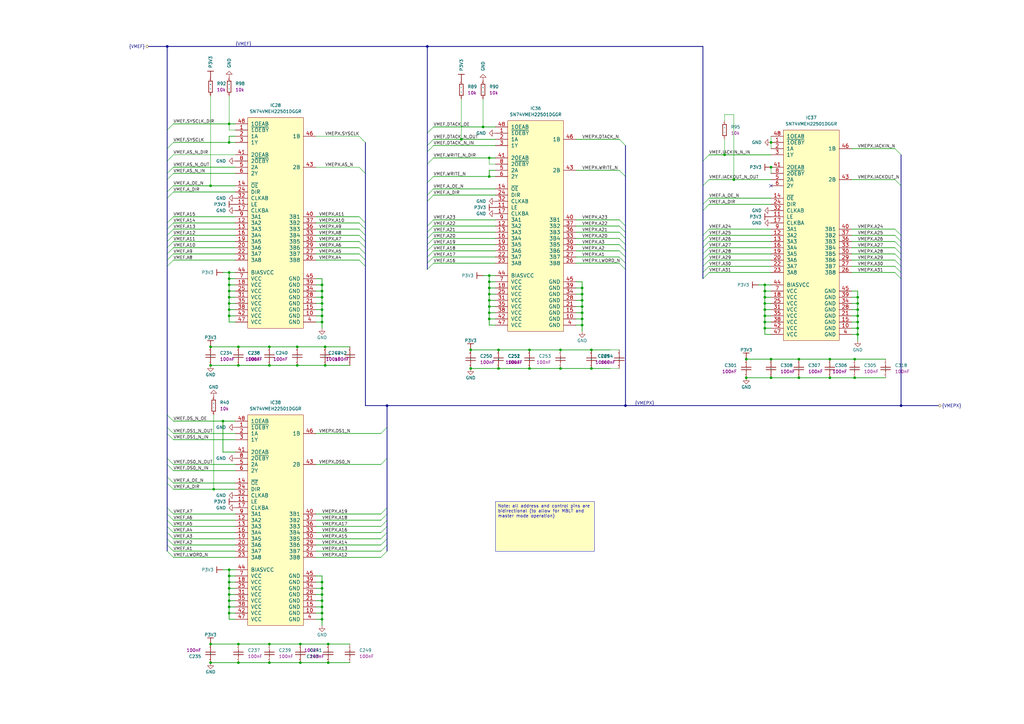
<source format=kicad_sch>
(kicad_sch (version 20250114) (generator "eeschema") (generator_version "9.0")
  (paper "A3")
  (title_block (title "VME buffers (ADDR + some control signals)"))
  (bus_alias "VMEF" (members "VMEF.SYSCLK_DIR" "VMEF.SYSCLK" "VMEF.AS_N_DIR" "VMEF.AS_N_IN" "VMEF.A_OE_N" "VMEF.A_DIR" "VMEF.A[0..31]" "VMEF.D[0..31]" "VMEF.DTACK_OE" "VMEF.DTACK_N_OUT" "VMEF.DTACK_N_IN" "VMEF.WRITE_N_DIR" "VMEF.WRITE_N" "VMEF.IACKIN_N_IN" "VMEF.IACKOUT_N_OE" "VMEF.IACKOUT_N_OUT" "VMEF.DS1_N_OUT" "VMEF.DS_N_OE" "VMEF.DS1_N_IN" "VMEF.DS0_N_OUT" "VMEF.DS0_N_IN" "VMEF.LWORD_N" "VMEF.IACK_OE_N" "VMEF.IACK_N_OUT" "VMEF.IACK_N_IN" "VMEF.IRQ1_OUT" "VMEF.IRQ1_IN" "VMEF.D_OE_N" "VMEF.D_DIR" "VMEF.JTAG_DIR" "VMEF.TRST" "VMEF.TDO_DIR" "VMEF.TDO" "VMEF.GAP" "VMEF.GA[0..5]" "VMEF.AM[0..5]" "VMEF.BERR_IN" "VMEF.BERR_OUT" "VMEF.BERR_OE" "VMEF.RETRY_IN" "VMEF.RETRY_OUT" "VMEF.RETRY_OE" "VMEF.SYSRESET_N" "VMEF.NOGA_N[0..4]" "VMEF.USEGA_N" "VMEF.AS_N_OUT" "VMEF.IRQ_OUT_N[1..7]" "VMEF.IRQ_IN_N[1..7]" "VMEF.SYSRESET_N_DIR" "VMEF.BG3IN" "VMEF.BG3OUT" "VMEF.BR3"))
  (text_box "Note: all address and control pins are bidirectional (to allow for MBLT and master mode operation)" (at 203.2 205.74 0) (size 40.64 20.32) (margins 0.9525 0.9525 0.9525 0.9525) (fill (type color) (color 255 255 194 1)) (effects (font (size 1.27 1.27)) (justify left top)))
  (junction (at 110.49 149.86))
  (junction (at 86.36 149.86))
  (junction (at 238.76 123.19))
  (junction (at 350.52 147.32))
  (junction (at 313.69 127))
  (junction (at 133.35 142.24))
  (junction (at 340.36 154.94))
  (junction (at 242.57 151.13))
  (junction (at 93.98 251.46))
  (junction (at 132.08 132.08))
  (junction (at 97.79 271.78))
  (junction (at 132.08 241.3))
  (junction (at 121.92 142.24))
  (junction (at 93.98 129.54))
  (junction (at 132.08 124.46))
  (junction (at 93.98 121.92))
  (junction (at 200.66 72.39))
  (junction (at 313.69 124.46))
  (junction (at 93.98 119.38))
  (junction (at 121.92 149.86))
  (junction (at 86.36 271.78))
  (junction (at 204.47 143.51))
  (junction (at 200.66 123.19))
  (junction (at 93.98 233.68))
  (junction (at 313.69 129.54))
  (junction (at 300.99 73.66))
  (junction (at 97.79 142.24))
  (junction (at 200.66 64.77))
  (junction (at 350.52 154.94))
  (junction (at 132.08 246.38))
  (junction (at 93.98 236.22))
  (junction (at 86.36 142.24))
  (junction (at 200.66 113.03))
  (junction (at 132.08 238.76))
  (junction (at 238.76 133.35))
  (junction (at 238.76 125.73))
  (junction (at 93.98 111.76))
  (junction (at 93.98 124.46))
  (junction (at 86.36 264.16))
  (junction (at 193.04 151.13))
  (junction (at 297.18 63.5))
  (junction (at 189.23 57.15))
  (junction (at 93.98 116.84))
  (junction (at 200.66 118.11))
  (junction (at 327.66 154.94))
  (junction (at 351.79 137.16))
  (junction (at 133.35 149.86))
  (junction (at 313.69 121.92))
  (junction (at 97.79 149.86))
  (junction (at 229.87 143.51))
  (junction (at 68.58 19.05))
  (junction (at 351.79 134.62))
  (junction (at 93.98 248.92))
  (junction (at 91.44 172.72))
  (junction (at 158.75 166.37))
  (junction (at 93.98 241.3))
  (junction (at 175.26 19.05))
  (junction (at 316.23 154.94))
  (junction (at 193.04 143.51))
  (junction (at 306.07 147.32))
  (junction (at 238.76 130.81))
  (junction (at 238.76 118.11))
  (junction (at 200.66 130.81))
  (junction (at 123.19 271.78))
  (junction (at 217.17 143.51))
  (junction (at 242.57 143.51))
  (junction (at 93.98 238.76))
  (junction (at 200.66 115.57))
  (junction (at 238.76 120.65))
  (junction (at 313.69 119.38))
  (junction (at 238.76 128.27))
  (junction (at 87.63 200.66))
  (junction (at 198.12 52.07))
  (junction (at 132.08 119.38))
  (junction (at 313.69 134.62))
  (junction (at 132.08 116.84))
  (junction (at 306.07 154.94))
  (junction (at 204.47 151.13))
  (junction (at 132.08 129.54))
  (junction (at 200.66 125.73))
  (junction (at 351.79 124.46))
  (junction (at 217.17 151.13))
  (junction (at 256.54 166.37))
  (junction (at 132.08 243.84))
  (junction (at 93.98 243.84))
  (junction (at 93.98 127))
  (junction (at 132.08 251.46))
  (junction (at 351.79 129.54))
  (junction (at 132.08 248.92))
  (junction (at 132.08 121.92))
  (junction (at 134.62 271.78))
  (junction (at 369.57 166.37))
  (junction (at 316.23 147.32))
  (junction (at 229.87 151.13))
  (junction (at 110.49 264.16))
  (junction (at 110.49 271.78))
  (junction (at 200.66 128.27))
  (junction (at 123.19 264.16))
  (junction (at 93.98 114.3))
  (junction (at 93.98 246.38))
  (junction (at 351.79 127))
  (junction (at 316.23 58.42))
  (junction (at 93.98 58.42))
  (junction (at 132.08 254))
  (junction (at 200.66 120.65))
  (junction (at 86.36 76.2))
  (junction (at 351.79 121.92))
  (junction (at 93.98 50.8))
  (junction (at 97.79 264.16))
  (junction (at 351.79 132.08))
  (junction (at 327.66 147.32))
  (junction (at 132.08 127))
  (junction (at 110.49 142.24))
  (junction (at 313.69 116.84))
  (junction (at 316.23 68.58))
  (junction (at 340.36 147.32))
  (junction (at 313.69 132.08))
  (junction (at 134.62 264.16))
  (no_connect (at 316.23 76.2))
  (bus_entry (at 71.12 193.04) (size -2.54 -2.54))
  (bus_entry (at 290.83 106.68) (size -2.54 2.54))
  (bus_entry (at 367.03 109.22) (size 2.54 2.54))
  (bus_entry (at 290.83 101.6) (size -2.54 2.54))
  (bus_entry (at 147.32 104.14) (size 2.54 2.54))
  (bus_entry (at 71.12 220.98) (size -2.54 -2.54))
  (bus_entry (at 254 69.85) (size 2.54 2.54))
  (bus_entry (at 147.32 91.44) (size 2.54 2.54))
  (bus_entry (at 290.83 111.76) (size -2.54 2.54))
  (bus_entry (at 71.12 180.34) (size -2.54 -2.54))
  (bus_entry (at 71.12 218.44) (size -2.54 -2.54))
  (bus_entry (at 367.03 73.66) (size 2.54 2.54))
  (bus_entry (at 367.03 99.06) (size 2.54 2.54))
  (bus_entry (at 71.12 172.72) (size -2.54 -2.54))
  (bus_entry (at 177.8 95.25) (size -2.54 2.54))
  (bus_entry (at 68.58 60.96) (size 2.54 -2.54))
  (bus_entry (at 177.8 107.95) (size -2.54 2.54))
  (bus_entry (at 254 92.71) (size 2.54 2.54))
  (bus_entry (at 367.03 60.96) (size 2.54 2.54))
  (bus_entry (at 71.12 200.66) (size -2.54 -2.54))
  (bus_entry (at 367.03 96.52) (size 2.54 2.54))
  (bus_entry (at 68.58 66.04) (size 2.54 -2.54))
  (bus_entry (at 68.58 93.98) (size 2.54 -2.54))
  (bus_entry (at 71.12 213.36) (size -2.54 -2.54))
  (bus_entry (at 147.32 96.52) (size 2.54 2.54))
  (bus_entry (at 68.58 78.74) (size 2.54 -2.54))
  (bus_entry (at 254 100.33) (size 2.54 2.54))
  (bus_entry (at 290.83 109.22) (size -2.54 2.54))
  (bus_entry (at 147.32 93.98) (size 2.54 2.54))
  (bus_entry (at 71.12 177.8) (size -2.54 -2.54))
  (bus_entry (at 254 57.15) (size 2.54 2.54))
  (bus_entry (at 288.29 76.2) (size 2.54 -2.54))
  (bus_entry (at 68.58 101.6) (size 2.54 -2.54))
  (bus_entry (at 177.8 97.79) (size -2.54 2.54))
  (bus_entry (at 156.21 190.5) (size 2.54 -2.54))
  (bus_entry (at 156.21 228.6) (size 2.54 -2.54))
  (bus_entry (at 290.83 99.06) (size -2.54 2.54))
  (bus_entry (at 177.8 100.33) (size -2.54 2.54))
  (bus_entry (at 254 107.95) (size 2.54 2.54))
  (bus_entry (at 156.21 226.06) (size 2.54 -2.54))
  (bus_entry (at 254 95.25) (size 2.54 2.54))
  (bus_entry (at 71.12 226.06) (size -2.54 -2.54))
  (bus_entry (at 367.03 104.14) (size 2.54 2.54))
  (bus_entry (at 68.58 96.52) (size 2.54 -2.54))
  (bus_entry (at 147.32 68.58) (size 2.54 2.54))
  (bus_entry (at 177.8 105.41) (size -2.54 2.54))
  (bus_entry (at 175.26 62.23) (size 2.54 -2.54))
  (bus_entry (at 147.32 99.06) (size 2.54 2.54))
  (bus_entry (at 147.32 106.68) (size 2.54 2.54))
  (bus_entry (at 68.58 81.28) (size 2.54 -2.54))
  (bus_entry (at 290.83 96.52) (size -2.54 2.54))
  (bus_entry (at 147.32 55.88) (size 2.54 2.54))
  (bus_entry (at 68.58 73.66) (size 2.54 -2.54))
  (bus_entry (at 156.21 213.36) (size 2.54 -2.54))
  (bus_entry (at 175.26 67.31) (size 2.54 -2.54))
  (bus_entry (at 254 97.79) (size 2.54 2.54))
  (bus_entry (at 71.12 215.9) (size -2.54 -2.54))
  (bus_entry (at 156.21 223.52) (size 2.54 -2.54))
  (bus_entry (at 156.21 210.82) (size 2.54 -2.54))
  (bus_entry (at 71.12 190.5) (size -2.54 -2.54))
  (bus_entry (at 288.29 66.04) (size 2.54 -2.54))
  (bus_entry (at 68.58 91.44) (size 2.54 -2.54))
  (bus_entry (at 175.26 59.69) (size 2.54 -2.54))
  (bus_entry (at 68.58 53.34) (size 2.54 -2.54))
  (bus_entry (at 177.8 92.71) (size -2.54 2.54))
  (bus_entry (at 156.21 220.98) (size 2.54 -2.54))
  (bus_entry (at 177.8 102.87) (size -2.54 2.54))
  (bus_entry (at 147.32 88.9) (size 2.54 2.54))
  (bus_entry (at 68.58 109.22) (size 2.54 -2.54))
  (bus_entry (at 156.21 218.44) (size 2.54 -2.54))
  (bus_entry (at 175.26 54.61) (size 2.54 -2.54))
  (bus_entry (at 288.29 86.36) (size 2.54 -2.54))
  (bus_entry (at 68.58 71.12) (size 2.54 -2.54))
  (bus_entry (at 71.12 228.6) (size -2.54 -2.54))
  (bus_entry (at 175.26 80.01) (size 2.54 -2.54))
  (bus_entry (at 367.03 106.68) (size 2.54 2.54))
  (bus_entry (at 175.26 82.55) (size 2.54 -2.54))
  (bus_entry (at 254 102.87) (size 2.54 2.54))
  (bus_entry (at 367.03 93.98) (size 2.54 2.54))
  (bus_entry (at 147.32 101.6) (size 2.54 2.54))
  (bus_entry (at 156.21 215.9) (size 2.54 -2.54))
  (bus_entry (at 177.8 90.17) (size -2.54 2.54))
  (bus_entry (at 367.03 111.76) (size 2.54 2.54))
  (bus_entry (at 68.58 99.06) (size 2.54 -2.54))
  (bus_entry (at 254 105.41) (size 2.54 2.54))
  (bus_entry (at 156.21 177.8) (size 2.54 -2.54))
  (bus_entry (at 288.29 83.82) (size 2.54 -2.54))
  (bus_entry (at 68.58 106.68) (size 2.54 -2.54))
  (bus_entry (at 254 90.17) (size 2.54 2.54))
  (bus_entry (at 290.83 104.14) (size -2.54 2.54))
  (bus_entry (at 367.03 101.6) (size 2.54 2.54))
  (bus_entry (at 71.12 210.82) (size -2.54 -2.54))
  (bus_entry (at 290.83 93.98) (size -2.54 2.54))
  (bus_entry (at 68.58 104.14) (size 2.54 -2.54))
  (bus_entry (at 71.12 198.12) (size -2.54 -2.54))
  (bus_entry (at 71.12 223.52) (size -2.54 -2.54))
  (bus_entry (at 175.26 74.93) (size 2.54 -2.54))
  (wire (pts (xy 71.12 193.04) (xy 96.52 193.04)) (stroke (width 0.254)))
  (wire (pts (xy 71.12 220.98) (xy 96.52 220.98)) (stroke (width 0.254)))
  (bus (pts (xy 68.58 215.9) (xy 68.58 218.44)))
  (wire (pts (xy 313.69 116.84) (xy 316.23 116.84)) (stroke (width 0.254)))
  (wire (pts (xy 250.19 143.51) (xy 254 143.51)))
  (wire (pts (xy 193.04 151.13) (xy 204.47 151.13)) (stroke (width 0.254)))
  (wire (pts (xy 316.23 132.08) (xy 313.69 132.08)) (stroke (width 0.254)))
  (wire (pts (xy 193.04 143.51) (xy 204.47 143.51)) (stroke (width 0.254)))
  (bus (pts (xy 68.58 53.34) (xy 68.58 19.05)))
  (wire (pts (xy 129.54 68.58) (xy 147.32 68.58)))
  (bus (pts (xy 149.86 96.52) (xy 149.86 99.06)))
  (bus (pts (xy 256.54 95.25) (xy 256.54 97.79)))
  (bus (pts (xy 60.96 19.05) (xy 68.58 19.05)))
  (wire (pts (xy 129.54 228.6) (xy 156.21 228.6)) (stroke (width 0.254)))
  (wire (pts (xy 313.69 129.54) (xy 313.69 127)) (stroke (width 0.254)))
  (wire (pts (xy 71.12 91.44) (xy 96.52 91.44)) (stroke (width 0.254)))
  (wire (pts (xy 340.36 154.94) (xy 350.52 154.94)) (stroke (width 0.254)))
  (wire (pts (xy 71.12 177.8) (xy 96.52 177.8)) (stroke (width 0.254)))
  (bus (pts (xy 175.26 100.33) (xy 175.26 102.87)))
  (bus (pts (xy 149.86 104.14) (xy 149.86 106.68)))
  (bus (pts (xy 158.75 213.36) (xy 158.75 215.9)))
  (wire (pts (xy 110.49 271.78) (xy 123.19 271.78)) (stroke (width 0.254)))
  (wire (pts (xy 132.08 114.3) (xy 132.08 116.84)) (stroke (width 0.254)))
  (bus (pts (xy 68.58 198.12) (xy 68.58 208.28)))
  (bus (pts (xy 149.86 71.12) (xy 149.86 91.44)))
  (wire (pts (xy 236.22 107.95) (xy 254 107.95)) (stroke (width 0.254)))
  (wire (pts (xy 204.47 151.13) (xy 217.17 151.13)) (stroke (width 0.254)))
  (wire (pts (xy 129.54 119.38) (xy 132.08 119.38)) (stroke (width 0.254)))
  (wire (pts (xy 71.12 96.52) (xy 96.52 96.52)) (stroke (width 0.254)))
  (wire (pts (xy 97.79 142.24) (xy 110.49 142.24)) (stroke (width 0.254)))
  (wire (pts (xy 129.54 116.84) (xy 132.08 116.84)) (stroke (width 0.254)))
  (wire (pts (xy 129.54 215.9) (xy 156.21 215.9)) (stroke (width 0.254)))
  (bus (pts (xy 175.26 54.61) (xy 175.26 59.69)))
  (wire (pts (xy 297.18 57.15) (xy 297.18 63.5)))
  (wire (pts (xy 93.98 50.8) (xy 93.98 53.34)))
  (wire (pts (xy 93.98 251.46) (xy 93.98 248.92)) (stroke (width 0.254)))
  (wire (pts (xy 96.52 129.54) (xy 93.98 129.54)) (stroke (width 0.254)))
  (wire (pts (xy 349.25 132.08) (xy 351.79 132.08)) (stroke (width 0.254)))
  (bus (pts (xy 68.58 177.8) (xy 68.58 187.96)))
  (wire (pts (xy 71.12 218.44) (xy 96.52 218.44)) (stroke (width 0.254)))
  (wire (pts (xy 71.12 88.9) (xy 96.52 88.9)) (stroke (width 0.254)))
  (wire (pts (xy 86.36 264.16) (xy 97.79 264.16)) (stroke (width 0.254)))
  (wire (pts (xy 177.8 97.79) (xy 203.2 97.79)) (stroke (width 0.254)))
  (wire (pts (xy 71.12 213.36) (xy 96.52 213.36)) (stroke (width 0.254)))
  (wire (pts (xy 71.12 93.98) (xy 96.52 93.98)) (stroke (width 0.254)))
  (wire (pts (xy 200.66 118.11) (xy 200.66 115.57)) (stroke (width 0.254)))
  (wire (pts (xy 290.83 109.22) (xy 316.23 109.22)) (stroke (width 0.254)))
  (wire (pts (xy 189.23 57.15) (xy 203.2 57.15)) (stroke (width 0.254)))
  (wire (pts (xy 327.66 147.32) (xy 340.36 147.32)) (stroke (width 0.254)))
  (wire (pts (xy 238.76 133.35) (xy 238.76 135.89)) (stroke (width 0.254)))
  (wire (pts (xy 198.12 52.07) (xy 203.2 52.07)) (stroke (width 0.254)))
  (wire (pts (xy 238.76 115.57) (xy 238.76 118.11)) (stroke (width 0.254)))
  (bus (pts (xy 256.54 107.95) (xy 256.54 110.49)))
  (wire (pts (xy 203.2 128.27) (xy 200.66 128.27)) (stroke (width 0.254)))
  (wire (pts (xy 129.54 190.5) (xy 156.21 190.5)) (stroke (width 0.254)))
  (wire (pts (xy 200.66 113.03) (xy 203.2 113.03)) (stroke (width 0.254)))
  (wire (pts (xy 349.25 99.06) (xy 367.03 99.06)) (stroke (width 0.254)))
  (wire (pts (xy 93.98 116.84) (xy 93.98 114.3)) (stroke (width 0.254)))
  (wire (pts (xy 236.22 95.25) (xy 254 95.25)) (stroke (width 0.254)))
  (wire (pts (xy 177.8 95.25) (xy 203.2 95.25)) (stroke (width 0.254)))
  (wire (pts (xy 198.12 40.64) (xy 198.12 52.07)))
  (wire (pts (xy 316.23 119.38) (xy 313.69 119.38)) (stroke (width 0.254)))
  (wire (pts (xy 91.44 172.72) (xy 91.44 185.42)) (stroke (width 0.254)))
  (wire (pts (xy 351.79 124.46) (xy 351.79 127)) (stroke (width 0.254)))
  (bus (pts (xy 68.58 93.98) (xy 68.58 91.44)))
  (wire (pts (xy 242.57 143.51) (xy 250.19 143.51)) (stroke (width 0.254)))
  (wire (pts (xy 316.23 147.32) (xy 327.66 147.32)) (stroke (width 0.254)))
  (wire (pts (xy 134.62 271.78) (xy 143.51 271.78)) (stroke (width 0.254)))
  (wire (pts (xy 177.8 72.39) (xy 200.66 72.39)) (stroke (width 0.254)))
  (bus (pts (xy 288.29 101.6) (xy 288.29 104.14)))
  (wire (pts (xy 316.23 68.58) (xy 316.23 71.12)))
  (wire (pts (xy 129.54 93.98) (xy 147.32 93.98)) (stroke (width 0.254)))
  (bus (pts (xy 158.75 210.82) (xy 158.75 213.36)))
  (wire (pts (xy 238.76 130.81) (xy 238.76 133.35)) (stroke (width 0.254)))
  (wire (pts (xy 200.66 130.81) (xy 200.66 128.27)) (stroke (width 0.254)))
  (wire (pts (xy 71.12 198.12) (xy 96.52 198.12)) (stroke (width 0.254)))
  (wire (pts (xy 200.66 72.39) (xy 203.2 72.39)) (stroke (width 0.254)))
  (bus (pts (xy 256.54 110.49) (xy 256.54 166.37)))
  (bus (pts (xy 68.58 218.44) (xy 68.58 220.98)))
  (bus (pts (xy 68.58 78.74) (xy 68.58 73.66)))
  (wire (pts (xy 129.54 226.06) (xy 156.21 226.06)) (stroke (width 0.254)))
  (wire (pts (xy 290.83 73.66) (xy 300.99 73.66)) (stroke (width 0.254)))
  (bus (pts (xy 288.29 66.04) (xy 288.29 76.2)))
  (wire (pts (xy 71.12 215.9) (xy 96.52 215.9)) (stroke (width 0.254)))
  (wire (pts (xy 236.22 128.27) (xy 238.76 128.27)) (stroke (width 0.254)))
  (bus (pts (xy 288.29 111.76) (xy 288.29 114.3)))
  (wire (pts (xy 200.66 64.77) (xy 200.66 67.31)))
  (wire (pts (xy 203.2 130.81) (xy 200.66 130.81)) (stroke (width 0.254)))
  (wire (pts (xy 313.69 119.38) (xy 313.69 116.84)) (stroke (width 0.254)))
  (wire (pts (xy 316.23 137.16) (xy 313.69 137.16)) (stroke (width 0.254)))
  (bus (pts (xy 68.58 210.82) (xy 68.58 213.36)))
  (wire (pts (xy 71.12 99.06) (xy 96.52 99.06)) (stroke (width 0.254)))
  (wire (pts (xy 129.54 124.46) (xy 132.08 124.46)) (stroke (width 0.254)))
  (wire (pts (xy 236.22 100.33) (xy 254 100.33)) (stroke (width 0.254)))
  (bus (pts (xy 149.86 101.6) (xy 149.86 104.14)))
  (wire (pts (xy 134.62 264.16) (xy 143.51 264.16)) (stroke (width 0.254)))
  (bus (pts (xy 288.29 104.14) (xy 288.29 106.68)))
  (wire (pts (xy 350.52 154.94) (xy 363.22 154.94)) (stroke (width 0.254)))
  (bus (pts (xy 149.86 109.22) (xy 149.86 166.37)))
  (wire (pts (xy 91.44 111.76) (xy 93.98 111.76)) (stroke (width 0.254)))
  (wire (pts (xy 313.69 132.08) (xy 313.69 129.54)) (stroke (width 0.254)))
  (bus (pts (xy 288.29 83.82) (xy 288.29 86.36)))
  (wire (pts (xy 93.98 129.54) (xy 93.98 127)) (stroke (width 0.254)))
  (bus (pts (xy 68.58 187.96) (xy 68.58 190.5)))
  (bus (pts (xy 149.86 166.37) (xy 158.75 166.37)))
  (wire (pts (xy 200.66 125.73) (xy 200.66 123.19)) (stroke (width 0.254)))
  (wire (pts (xy 129.54 241.3) (xy 132.08 241.3)) (stroke (width 0.254)))
  (bus (pts (xy 256.54 100.33) (xy 256.54 102.87)))
  (wire (pts (xy 316.23 129.54) (xy 313.69 129.54)) (stroke (width 0.254)))
  (wire (pts (xy 203.2 133.35) (xy 200.66 133.35)) (stroke (width 0.254)))
  (bus (pts (xy 175.26 62.23) (xy 175.26 67.31)))
  (wire (pts (xy 238.76 118.11) (xy 238.76 120.65)) (stroke (width 0.254)))
  (wire (pts (xy 132.08 124.46) (xy 132.08 127)) (stroke (width 0.254)))
  (wire (pts (xy 93.98 127) (xy 93.98 124.46)) (stroke (width 0.254)))
  (bus (pts (xy 175.26 92.71) (xy 175.26 95.25)))
  (wire (pts (xy 129.54 129.54) (xy 132.08 129.54)) (stroke (width 0.254)))
  (bus (pts (xy 149.86 58.42) (xy 149.86 71.12)))
  (wire (pts (xy 349.25 101.6) (xy 367.03 101.6)) (stroke (width 0.254)))
  (wire (pts (xy 290.83 63.5) (xy 297.18 63.5)) (stroke (width 0.254)))
  (wire (pts (xy 238.76 128.27) (xy 238.76 130.81)) (stroke (width 0.254)))
  (wire (pts (xy 96.52 55.88) (xy 93.98 55.88)) (stroke (width 0.254)))
  (wire (pts (xy 349.25 124.46) (xy 351.79 124.46)) (stroke (width 0.254)))
  (wire (pts (xy 132.08 236.22) (xy 132.08 238.76)) (stroke (width 0.254)))
  (bus (pts (xy 68.58 208.28) (xy 68.58 210.82)))
  (bus (pts (xy 369.57 104.14) (xy 369.57 106.68)))
  (bus (pts (xy 158.75 223.52) (xy 158.75 226.06)))
  (wire (pts (xy 129.54 220.98) (xy 156.21 220.98)) (stroke (width 0.254)))
  (wire (pts (xy 351.79 137.16) (xy 351.79 139.7)) (stroke (width 0.254)))
  (wire (pts (xy 121.92 149.86) (xy 133.35 149.86)) (stroke (width 0.254)))
  (wire (pts (xy 71.12 104.14) (xy 96.52 104.14)) (stroke (width 0.254)))
  (wire (pts (xy 71.12 223.52) (xy 96.52 223.52)) (stroke (width 0.254)))
  (wire (pts (xy 229.87 151.13) (xy 242.57 151.13)) (stroke (width 0.254)))
  (wire (pts (xy 349.25 73.66) (xy 367.03 73.66)) (stroke (width 0.254)))
  (wire (pts (xy 96.52 127) (xy 93.98 127)) (stroke (width 0.254)))
  (wire (pts (xy 351.79 129.54) (xy 351.79 132.08)) (stroke (width 0.254)))
  (wire (pts (xy 132.08 127) (xy 132.08 129.54)) (stroke (width 0.254)))
  (wire (pts (xy 217.17 143.51) (xy 229.87 143.51)) (stroke (width 0.254)))
  (wire (pts (xy 96.52 243.84) (xy 93.98 243.84)) (stroke (width 0.254)))
  (wire (pts (xy 93.98 39.37) (xy 93.98 50.8)))
  (wire (pts (xy 290.83 104.14) (xy 316.23 104.14)) (stroke (width 0.254)))
  (bus (pts (xy 175.26 102.87) (xy 175.26 105.41)))
  (wire (pts (xy 132.08 246.38) (xy 132.08 248.92)) (stroke (width 0.254)))
  (bus (pts (xy 369.57 99.06) (xy 369.57 101.6)))
  (wire (pts (xy 200.66 115.57) (xy 200.66 113.03)) (stroke (width 0.254)))
  (wire (pts (xy 129.54 246.38) (xy 132.08 246.38)) (stroke (width 0.254)))
  (wire (pts (xy 290.83 111.76) (xy 316.23 111.76)) (stroke (width 0.254)))
  (wire (pts (xy 96.52 124.46) (xy 93.98 124.46)) (stroke (width 0.254)))
  (wire (pts (xy 203.2 69.85) (xy 200.66 69.85)) (stroke (width 0.254)))
  (wire (pts (xy 71.12 180.34) (xy 96.52 180.34)) (stroke (width 0.254)))
  (bus (pts (xy 256.54 92.71) (xy 256.54 95.25)))
  (bus (pts (xy 158.75 166.37) (xy 256.54 166.37)))
  (wire (pts (xy 351.79 134.62) (xy 351.79 137.16)) (stroke (width 0.254)))
  (wire (pts (xy 132.08 129.54) (xy 132.08 132.08)) (stroke (width 0.254)))
  (bus (pts (xy 68.58 104.14) (xy 68.58 101.6)))
  (wire (pts (xy 311.15 116.84) (xy 313.69 116.84)) (stroke (width 0.254)))
  (bus (pts (xy 175.26 19.05) (xy 175.26 54.61)))
  (wire (pts (xy 200.66 64.77) (xy 203.2 64.77)))
  (wire (pts (xy 123.19 271.78) (xy 134.62 271.78)) (stroke (width 0.254)))
  (wire (pts (xy 93.98 119.38) (xy 93.98 116.84)) (stroke (width 0.254)))
  (wire (pts (xy 238.76 120.65) (xy 238.76 123.19)) (stroke (width 0.254)))
  (bus (pts (xy 175.26 80.01) (xy 175.26 82.55)))
  (wire (pts (xy 313.69 134.62) (xy 313.69 132.08)) (stroke (width 0.254)))
  (bus (pts (xy 68.58 81.28) (xy 68.58 78.74)))
  (wire (pts (xy 236.22 69.85) (xy 254 69.85)) (stroke (width 0.254)))
  (wire (pts (xy 316.23 55.88) (xy 316.23 58.42)))
  (bus (pts (xy 288.29 106.68) (xy 288.29 109.22)))
  (wire (pts (xy 198.12 113.03) (xy 200.66 113.03)) (stroke (width 0.254)))
  (wire (pts (xy 250.19 151.13) (xy 254 151.13)))
  (wire (pts (xy 93.98 58.42) (xy 96.52 58.42)) (stroke (width 0.254)))
  (wire (pts (xy 110.49 149.86) (xy 121.92 149.86)) (stroke (width 0.254)))
  (wire (pts (xy 96.52 238.76) (xy 93.98 238.76)) (stroke (width 0.254)))
  (wire (pts (xy 132.08 248.92) (xy 132.08 251.46)) (stroke (width 0.254)))
  (wire (pts (xy 349.25 121.92) (xy 351.79 121.92)) (stroke (width 0.254)))
  (bus (pts (xy 68.58 19.05) (xy 175.26 19.05)))
  (wire (pts (xy 297.18 63.5) (xy 316.23 63.5)) (stroke (width 0.254)))
  (bus (pts (xy 158.75 215.9) (xy 158.75 218.44)))
  (wire (pts (xy 349.25 109.22) (xy 367.03 109.22)) (stroke (width 0.254)))
  (wire (pts (xy 177.8 90.17) (xy 203.2 90.17)) (stroke (width 0.254)))
  (bus (pts (xy 256.54 97.79) (xy 256.54 100.33)))
  (wire (pts (xy 350.52 147.32) (xy 363.22 147.32)) (stroke (width 0.254)))
  (wire (pts (xy 300.99 46.99) (xy 300.99 73.66)))
  (wire (pts (xy 129.54 177.8) (xy 156.21 177.8)) (stroke (width 0.254)))
  (wire (pts (xy 349.25 119.38) (xy 351.79 119.38)) (stroke (width 0.254)))
  (wire (pts (xy 96.52 132.08) (xy 93.98 132.08)) (stroke (width 0.254)))
  (wire (pts (xy 123.19 264.16) (xy 134.62 264.16)) (stroke (width 0.254)))
  (bus (pts (xy 68.58 195.58) (xy 68.58 198.12)))
  (wire (pts (xy 349.25 137.16) (xy 351.79 137.16)) (stroke (width 0.254)))
  (wire (pts (xy 93.98 241.3) (xy 93.98 238.76)) (stroke (width 0.254)))
  (bus (pts (xy 68.58 73.66) (xy 68.58 71.12)))
  (wire (pts (xy 204.47 143.51) (xy 217.17 143.51)) (stroke (width 0.254)))
  (wire (pts (xy 93.98 132.08) (xy 93.98 129.54)) (stroke (width 0.254)))
  (wire (pts (xy 110.49 142.24) (xy 121.92 142.24)) (stroke (width 0.254)))
  (bus (pts (xy 369.57 111.76) (xy 369.57 114.3)))
  (wire (pts (xy 200.66 128.27) (xy 200.66 125.73)) (stroke (width 0.254)))
  (wire (pts (xy 177.8 57.15) (xy 189.23 57.15)) (stroke (width 0.254)))
  (wire (pts (xy 86.36 76.2) (xy 96.52 76.2)) (stroke (width 0.254)))
  (bus (pts (xy 158.75 218.44) (xy 158.75 220.98)))
  (wire (pts (xy 132.08 119.38) (xy 132.08 121.92)) (stroke (width 0.254)))
  (wire (pts (xy 96.52 248.92) (xy 93.98 248.92)) (stroke (width 0.254)))
  (wire (pts (xy 96.52 116.84) (xy 93.98 116.84)) (stroke (width 0.254)))
  (wire (pts (xy 290.83 99.06) (xy 316.23 99.06)) (stroke (width 0.254)))
  (wire (pts (xy 313.69 137.16) (xy 313.69 134.62)) (stroke (width 0.254)))
  (bus (pts (xy 158.75 220.98) (xy 158.75 223.52)))
  (wire (pts (xy 177.8 102.87) (xy 203.2 102.87)) (stroke (width 0.254)))
  (wire (pts (xy 177.8 100.33) (xy 203.2 100.33)) (stroke (width 0.254)))
  (wire (pts (xy 93.98 124.46) (xy 93.98 121.92)) (stroke (width 0.254)))
  (wire (pts (xy 200.66 67.31) (xy 203.2 67.31)))
  (wire (pts (xy 93.98 50.8) (xy 96.52 50.8)) (stroke (width 0.254)))
  (wire (pts (xy 177.8 92.71) (xy 203.2 92.71)) (stroke (width 0.254)))
  (wire (pts (xy 110.49 264.16) (xy 123.19 264.16)) (stroke (width 0.254)))
  (wire (pts (xy 313.69 124.46) (xy 313.69 121.92)) (stroke (width 0.254)))
  (wire (pts (xy 177.8 77.47) (xy 203.2 77.47)) (stroke (width 0.254)))
  (bus (pts (xy 158.75 187.96) (xy 158.75 208.28)))
  (wire (pts (xy 132.08 243.84) (xy 132.08 246.38)) (stroke (width 0.254)))
  (wire (pts (xy 96.52 236.22) (xy 93.98 236.22)) (stroke (width 0.254)))
  (wire (pts (xy 71.12 50.8) (xy 93.98 50.8)) (stroke (width 0.254)))
  (wire (pts (xy 200.66 69.85) (xy 200.66 72.39)) (stroke (width 0.254)))
  (bus (pts (xy 369.57 109.22) (xy 369.57 111.76)))
  (wire (pts (xy 129.54 238.76) (xy 132.08 238.76)) (stroke (width 0.254)))
  (bus (pts (xy 158.75 166.37) (xy 158.75 175.26)))
  (wire (pts (xy 129.54 114.3) (xy 132.08 114.3)) (stroke (width 0.254)))
  (bus (pts (xy 158.75 175.26) (xy 158.75 187.96)))
  (bus (pts (xy 369.57 166.37) (xy 384.81 166.37)))
  (wire (pts (xy 129.54 104.14) (xy 147.32 104.14)) (stroke (width 0.254)))
  (bus (pts (xy 158.75 208.28) (xy 158.75 210.82)))
  (bus (pts (xy 68.58 220.98) (xy 68.58 223.52)))
  (wire (pts (xy 177.8 107.95) (xy 203.2 107.95)) (stroke (width 0.254)))
  (wire (pts (xy 93.98 243.84) (xy 93.98 241.3)) (stroke (width 0.254)))
  (bus (pts (xy 149.86 91.44) (xy 149.86 93.98)))
  (wire (pts (xy 96.52 246.38) (xy 93.98 246.38)) (stroke (width 0.254)))
  (bus (pts (xy 256.54 72.39) (xy 256.54 92.71)))
  (wire (pts (xy 132.08 116.84) (xy 132.08 119.38)) (stroke (width 0.254)))
  (wire (pts (xy 203.2 123.19) (xy 200.66 123.19)) (stroke (width 0.254)))
  (bus (pts (xy 68.58 66.04) (xy 68.58 60.96)))
  (bus (pts (xy 68.58 109.22) (xy 68.58 106.68)))
  (bus (pts (xy 175.26 74.93) (xy 175.26 80.01)))
  (wire (pts (xy 129.54 223.52) (xy 156.21 223.52)) (stroke (width 0.254)))
  (wire (pts (xy 129.54 55.88) (xy 147.32 55.88)))
  (wire (pts (xy 238.76 125.73) (xy 238.76 128.27)) (stroke (width 0.254)))
  (wire (pts (xy 306.07 147.32) (xy 316.23 147.32)) (stroke (width 0.254)))
  (wire (pts (xy 340.36 147.32) (xy 350.52 147.32)) (stroke (width 0.254)))
  (wire (pts (xy 313.69 127) (xy 313.69 124.46)) (stroke (width 0.254)))
  (wire (pts (xy 132.08 238.76) (xy 132.08 241.3)) (stroke (width 0.254)))
  (wire (pts (xy 96.52 241.3) (xy 93.98 241.3)) (stroke (width 0.254)))
  (bus (pts (xy 175.26 19.05) (xy 288.29 19.05)))
  (wire (pts (xy 236.22 57.15) (xy 254 57.15)) (stroke (width 0.254)))
  (bus (pts (xy 175.26 59.69) (xy 175.26 62.23)))
  (wire (pts (xy 316.23 124.46) (xy 313.69 124.46)) (stroke (width 0.254)))
  (wire (pts (xy 203.2 125.73) (xy 200.66 125.73)) (stroke (width 0.254)))
  (wire (pts (xy 71.12 210.82) (xy 96.52 210.82)) (stroke (width 0.254)))
  (bus (pts (xy 175.26 95.25) (xy 175.26 97.79)))
  (wire (pts (xy 129.54 96.52) (xy 147.32 96.52)) (stroke (width 0.254)))
  (wire (pts (xy 189.23 40.64) (xy 189.23 57.15)))
  (bus (pts (xy 68.58 99.06) (xy 68.58 96.52)))
  (wire (pts (xy 129.54 251.46) (xy 132.08 251.46)) (stroke (width 0.254)))
  (bus (pts (xy 369.57 101.6) (xy 369.57 104.14)))
  (wire (pts (xy 97.79 264.16) (xy 110.49 264.16)) (stroke (width 0.254)))
  (wire (pts (xy 87.63 200.66) (xy 96.52 200.66)) (stroke (width 0.254)))
  (bus (pts (xy 149.86 99.06) (xy 149.86 101.6)))
  (wire (pts (xy 129.54 88.9) (xy 147.32 88.9)) (stroke (width 0.254)))
  (wire (pts (xy 93.98 55.88) (xy 93.98 58.42)) (stroke (width 0.254)))
  (wire (pts (xy 351.79 121.92) (xy 351.79 124.46)) (stroke (width 0.254)))
  (wire (pts (xy 93.98 254) (xy 93.98 251.46)) (stroke (width 0.254)))
  (wire (pts (xy 96.52 119.38) (xy 93.98 119.38)) (stroke (width 0.254)))
  (wire (pts (xy 129.54 218.44) (xy 156.21 218.44)) (stroke (width 0.254)))
  (bus (pts (xy 68.58 60.96) (xy 68.58 53.34)))
  (wire (pts (xy 316.23 154.94) (xy 327.66 154.94)) (stroke (width 0.254)))
  (bus (pts (xy 149.86 93.98) (xy 149.86 96.52)))
  (wire (pts (xy 242.57 151.13) (xy 250.19 151.13)) (stroke (width 0.254)))
  (wire (pts (xy 236.22 133.35) (xy 238.76 133.35)) (stroke (width 0.254)))
  (bus (pts (xy 256.54 59.69) (xy 256.54 72.39)))
  (wire (pts (xy 177.8 64.77) (xy 200.66 64.77)) (stroke (width 0.254)))
  (wire (pts (xy 297.18 46.99) (xy 300.99 46.99)))
  (wire (pts (xy 132.08 254) (xy 132.08 256.54)) (stroke (width 0.254)))
  (wire (pts (xy 236.22 115.57) (xy 238.76 115.57)) (stroke (width 0.254)))
  (bus (pts (xy 288.29 96.52) (xy 288.29 99.06)))
  (wire (pts (xy 177.8 105.41) (xy 203.2 105.41)) (stroke (width 0.254)))
  (wire (pts (xy 71.12 76.2) (xy 86.36 76.2)) (stroke (width 0.254)))
  (bus (pts (xy 68.58 213.36) (xy 68.58 215.9)))
  (bus (pts (xy 175.26 67.31) (xy 175.26 74.93)))
  (bus (pts (xy 68.58 175.26) (xy 68.58 170.18)))
  (wire (pts (xy 297.18 46.99) (xy 297.18 49.53)))
  (wire (pts (xy 91.44 172.72) (xy 96.52 172.72)) (stroke (width 0.254)))
  (wire (pts (xy 71.12 58.42) (xy 93.98 58.42)) (stroke (width 0.254)))
  (wire (pts (xy 71.12 78.74) (xy 96.52 78.74)) (stroke (width 0.254)))
  (wire (pts (xy 177.8 52.07) (xy 198.12 52.07)) (stroke (width 0.254)))
  (wire (pts (xy 200.66 120.65) (xy 200.66 118.11)) (stroke (width 0.254)))
  (wire (pts (xy 349.25 104.14) (xy 367.03 104.14)) (stroke (width 0.254)))
  (bus (pts (xy 256.54 166.37) (xy 369.57 166.37)))
  (wire (pts (xy 290.83 101.6) (xy 316.23 101.6)) (stroke (width 0.254)))
  (wire (pts (xy 290.83 93.98) (xy 316.23 93.98)) (stroke (width 0.254)))
  (wire (pts (xy 132.08 241.3) (xy 132.08 243.84)) (stroke (width 0.254)))
  (wire (pts (xy 203.2 120.65) (xy 200.66 120.65)) (stroke (width 0.254)))
  (wire (pts (xy 200.66 133.35) (xy 200.66 130.81)) (stroke (width 0.254)))
  (wire (pts (xy 349.25 93.98) (xy 367.03 93.98)) (stroke (width 0.254)))
  (wire (pts (xy 71.12 106.68) (xy 96.52 106.68)) (stroke (width 0.254)))
  (wire (pts (xy 71.12 68.58) (xy 96.52 68.58)) (stroke (width 0.254)))
  (wire (pts (xy 86.36 39.37) (xy 86.36 76.2)))
  (wire (pts (xy 236.22 102.87) (xy 254 102.87)) (stroke (width 0.254)))
  (wire (pts (xy 87.63 170.18) (xy 87.63 200.66)))
  (wire (pts (xy 236.22 97.79) (xy 254 97.79)) (stroke (width 0.254)))
  (wire (pts (xy 316.23 127) (xy 313.69 127)) (stroke (width 0.254)))
  (wire (pts (xy 306.07 154.94) (xy 316.23 154.94)) (stroke (width 0.254)))
  (bus (pts (xy 175.26 97.79) (xy 175.26 100.33)))
  (wire (pts (xy 71.12 200.66) (xy 87.63 200.66)) (stroke (width 0.254)))
  (wire (pts (xy 236.22 105.41) (xy 254 105.41)) (stroke (width 0.254)))
  (wire (pts (xy 132.08 121.92) (xy 132.08 124.46)) (stroke (width 0.254)))
  (wire (pts (xy 121.92 142.24) (xy 133.35 142.24)) (stroke (width 0.254)))
  (wire (pts (xy 71.12 228.6) (xy 96.52 228.6)) (stroke (width 0.254)))
  (wire (pts (xy 129.54 91.44) (xy 147.32 91.44)) (stroke (width 0.254)))
  (wire (pts (xy 86.36 271.78) (xy 97.79 271.78)) (stroke (width 0.254)))
  (bus (pts (xy 369.57 96.52) (xy 369.57 99.06)))
  (wire (pts (xy 316.23 58.42) (xy 316.23 60.96)))
  (wire (pts (xy 200.66 123.19) (xy 200.66 120.65)) (stroke (width 0.254)))
  (wire (pts (xy 129.54 243.84) (xy 132.08 243.84)) (stroke (width 0.254)))
  (wire (pts (xy 71.12 190.5) (xy 96.52 190.5)) (stroke (width 0.254)))
  (wire (pts (xy 349.25 111.76) (xy 367.03 111.76)) (stroke (width 0.254)))
  (bus (pts (xy 175.26 107.95) (xy 175.26 110.49)))
  (wire (pts (xy 129.54 248.92) (xy 132.08 248.92)) (stroke (width 0.254)))
  (bus (pts (xy 149.86 106.68) (xy 149.86 109.22)))
  (bus (pts (xy 256.54 102.87) (xy 256.54 105.41)))
  (wire (pts (xy 132.08 251.46) (xy 132.08 254)) (stroke (width 0.254)))
  (wire (pts (xy 132.08 132.08) (xy 132.08 134.62)) (stroke (width 0.254)))
  (wire (pts (xy 96.52 114.3) (xy 93.98 114.3)) (stroke (width 0.254)))
  (wire (pts (xy 349.25 106.68) (xy 367.03 106.68)) (stroke (width 0.254)))
  (wire (pts (xy 93.98 121.92) (xy 93.98 119.38)) (stroke (width 0.254)))
  (wire (pts (xy 290.83 106.68) (xy 316.23 106.68)) (stroke (width 0.254)))
  (wire (pts (xy 316.23 134.62) (xy 313.69 134.62)) (stroke (width 0.254)))
  (wire (pts (xy 71.12 71.12) (xy 96.52 71.12)) (stroke (width 0.254)))
  (wire (pts (xy 351.79 127) (xy 351.79 129.54)) (stroke (width 0.254)))
  (bus (pts (xy 288.29 99.06) (xy 288.29 101.6)))
  (bus (pts (xy 288.29 86.36) (xy 288.29 96.52)))
  (wire (pts (xy 91.44 233.68) (xy 93.98 233.68)) (stroke (width 0.254)))
  (bus (pts (xy 288.29 19.05) (xy 288.29 66.04)))
  (wire (pts (xy 93.98 233.68) (xy 96.52 233.68)) (stroke (width 0.254)))
  (wire (pts (xy 129.54 236.22) (xy 132.08 236.22)) (stroke (width 0.254)))
  (wire (pts (xy 86.36 149.86) (xy 97.79 149.86)) (stroke (width 0.254)))
  (wire (pts (xy 129.54 132.08) (xy 132.08 132.08)) (stroke (width 0.254)))
  (wire (pts (xy 129.54 99.06) (xy 147.32 99.06)) (stroke (width 0.254)))
  (wire (pts (xy 93.98 114.3) (xy 93.98 111.76)) (stroke (width 0.254)))
  (wire (pts (xy 97.79 271.78) (xy 110.49 271.78)) (stroke (width 0.254)))
  (wire (pts (xy 129.54 101.6) (xy 147.32 101.6)) (stroke (width 0.254)))
  (wire (pts (xy 177.8 59.69) (xy 203.2 59.69)) (stroke (width 0.254)))
  (wire (pts (xy 71.12 172.72) (xy 91.44 172.72)) (stroke (width 0.254)))
  (wire (pts (xy 93.98 236.22) (xy 93.98 233.68)) (stroke (width 0.254)))
  (wire (pts (xy 236.22 90.17) (xy 254 90.17)) (stroke (width 0.254)))
  (wire (pts (xy 129.54 210.82) (xy 156.21 210.82)) (stroke (width 0.254)))
  (wire (pts (xy 236.22 118.11) (xy 238.76 118.11)) (stroke (width 0.254)))
  (wire (pts (xy 133.35 149.86) (xy 143.51 149.86)) (stroke (width 0.254)))
  (bus (pts (xy 256.54 105.41) (xy 256.54 107.95)))
  (wire (pts (xy 290.83 83.82) (xy 316.23 83.82)) (stroke (width 0.254)))
  (wire (pts (xy 229.87 143.51) (xy 242.57 143.51)) (stroke (width 0.254)))
  (wire (pts (xy 129.54 213.36) (xy 156.21 213.36)) (stroke (width 0.254)))
  (wire (pts (xy 349.25 60.96) (xy 367.03 60.96)) (stroke (width 0.254)))
  (wire (pts (xy 93.98 238.76) (xy 93.98 236.22)) (stroke (width 0.254)))
  (wire (pts (xy 327.66 154.94) (xy 340.36 154.94)) (stroke (width 0.254)))
  (bus (pts (xy 369.57 76.2) (xy 369.57 96.52)))
  (wire (pts (xy 71.12 226.06) (xy 96.52 226.06)) (stroke (width 0.254)))
  (wire (pts (xy 349.25 127) (xy 351.79 127)) (stroke (width 0.254)))
  (wire (pts (xy 97.79 149.86) (xy 110.49 149.86)) (stroke (width 0.254)))
  (wire (pts (xy 93.98 53.34) (xy 96.52 53.34)))
  (wire (pts (xy 86.36 142.24) (xy 97.79 142.24)) (stroke (width 0.254)))
  (wire (pts (xy 93.98 246.38) (xy 93.98 243.84)) (stroke (width 0.254)))
  (wire (pts (xy 177.8 80.01) (xy 203.2 80.01)) (stroke (width 0.254)))
  (bus (pts (xy 68.58 223.52) (xy 68.58 226.06)))
  (wire (pts (xy 93.98 50.8) (xy 96.52 50.8)))
  (bus (pts (xy 68.58 106.68) (xy 68.58 104.14)))
  (bus (pts (xy 68.58 109.22) (xy 68.58 170.18)))
  (wire (pts (xy 133.35 142.24) (xy 143.51 142.24)) (stroke (width 0.254)))
  (bus (pts (xy 175.26 105.41) (xy 175.26 107.95)))
  (wire (pts (xy 351.79 119.38) (xy 351.79 121.92)) (stroke (width 0.254)))
  (bus (pts (xy 68.58 91.44) (xy 68.58 81.28)))
  (wire (pts (xy 300.99 73.66) (xy 316.23 73.66)) (stroke (width 0.254)))
  (wire (pts (xy 313.69 121.92) (xy 313.69 119.38)) (stroke (width 0.254)))
  (wire (pts (xy 236.22 130.81) (xy 238.76 130.81)) (stroke (width 0.254)))
  (wire (pts (xy 217.17 151.13) (xy 229.87 151.13)) (stroke (width 0.254)))
  (wire (pts (xy 129.54 254) (xy 132.08 254)) (stroke (width 0.254)))
  (wire (pts (xy 129.54 121.92) (xy 132.08 121.92)) (stroke (width 0.254)))
  (bus (pts (xy 369.57 114.3) (xy 369.57 166.37)))
  (wire (pts (xy 349.25 129.54) (xy 351.79 129.54)) (stroke (width 0.254)))
  (wire (pts (xy 93.98 248.92) (xy 93.98 246.38)) (stroke (width 0.254)))
  (bus (pts (xy 175.26 82.55) (xy 175.26 92.71)))
  (bus (pts (xy 68.58 190.5) (xy 68.58 195.58)))
  (bus (pts (xy 288.29 109.22) (xy 288.29 111.76)))
  (bus (pts (xy 68.58 101.6) (xy 68.58 99.06)))
  (wire (pts (xy 349.25 134.62) (xy 351.79 134.62)) (stroke (width 0.254)))
  (wire (pts (xy 238.76 123.19) (xy 238.76 125.73)) (stroke (width 0.254)))
  (wire (pts (xy 290.83 96.52) (xy 316.23 96.52)) (stroke (width 0.254)))
  (wire (pts (xy 96.52 251.46) (xy 93.98 251.46)) (stroke (width 0.254)))
  (wire (pts (xy 129.54 127) (xy 132.08 127)) (stroke (width 0.254)))
  (wire (pts (xy 236.22 92.71) (xy 254 92.71)) (stroke (width 0.254)))
  (bus (pts (xy 369.57 106.68) (xy 369.57 109.22)))
  (wire (pts (xy 71.12 63.5) (xy 96.52 63.5)))
  (bus (pts (xy 68.58 177.8) (xy 68.58 175.26)))
  (wire (pts (xy 351.79 132.08) (xy 351.79 134.62)) (stroke (width 0.254)))
  (bus (pts (xy 68.58 71.12) (xy 68.58 66.04)))
  (wire (pts (xy 316.23 121.92) (xy 313.69 121.92)) (stroke (width 0.254)))
  (wire (pts (xy 91.44 185.42) (xy 96.52 185.42)) (stroke (width 0.254)))
  (wire (pts (xy 236.22 125.73) (xy 238.76 125.73)) (stroke (width 0.254)))
  (wire (pts (xy 290.83 81.28) (xy 316.23 81.28)) (stroke (width 0.254)))
  (wire (pts (xy 236.22 120.65) (xy 238.76 120.65)) (stroke (width 0.254)))
  (wire (pts (xy 200.66 64.77) (xy 203.2 64.77)) (stroke (width 0.254)))
  (bus (pts (xy 288.29 76.2) (xy 288.29 83.82)))
  (wire (pts (xy 203.2 115.57) (xy 200.66 115.57)) (stroke (width 0.254)))
  (wire (pts (xy 93.98 111.76) (xy 96.52 111.76)) (stroke (width 0.254)))
  (wire (pts (xy 349.25 96.52) (xy 367.03 96.52)) (stroke (width 0.254)))
  (bus (pts (xy 369.57 63.5) (xy 369.57 76.2)))
  (wire (pts (xy 129.54 106.68) (xy 147.32 106.68)) (stroke (width 0.254)))
  (wire (pts (xy 71.12 101.6) (xy 96.52 101.6)) (stroke (width 0.254)))
  (bus (pts (xy 68.58 96.52) (xy 68.58 93.98)))
  (wire (pts (xy 203.2 118.11) (xy 200.66 118.11)) (stroke (width 0.254)))
  (wire (pts (xy 236.22 123.19) (xy 238.76 123.19)) (stroke (width 0.254)))
  (wire (pts (xy 96.52 121.92) (xy 93.98 121.92)) (stroke (width 0.254)))
  (wire (pts (xy 96.52 254) (xy 93.98 254)) (stroke (width 0.254)))
  (label "VMEF.SYSCLK" (at 71.12 58.42 0))
  (label "VMEF.DS0_N_IN" (at 71.12 193.04 0))
  (label "VMEF.A27" (at 290.83 101.6 0))
  (label "VMEPX.A24" (at 351.79 93.98 0))
  (label "VMEF.DTACK_N_OUT" (at 177.8 57.15 0))
  (label "VMEPX.A25" (at 351.79 96.52 0))
  (label "VMEF.A28" (at 290.83 104.14 0))
  (label "VMEF.A21" (at 177.8 95.25 0))
  (label "VMEF.A2" (at 71.12 223.52 0))
  (label "VMEF.DS_N_OE" (at 71.12 172.72 0))
  (label "VMEF.DTACK_N_IN" (at 177.8 59.69 0))
  (label "VMEF.A29" (at 290.83 106.68 0))
  (label "VMEF.A31" (at 290.83 111.76 0))
  (label "VMEPX.A2" (at 238.76 102.87 0))
  (label "VMEF.A14" (at 71.12 91.44 0))
  (label "VMEF.A5" (at 71.12 215.9 0))
  (label "VMEF.A7" (at 71.12 210.82 0))
  (label "VMEPX.A27" (at 351.79 101.6 0))
  (label "VMEPX.A12" (at 132.08 228.6 0))
  (label "VMEF.A10" (at 71.12 101.6 0))
  (label "{VMEF}" (at 96.52 19.05 0))
  (label "VMEF.AS_N_DIR" (at 71.12 63.5 0))
  (label "VMEF.A23" (at 177.8 90.17 0))
  (label "VMEPX.A26" (at 351.79 99.06 0))
  (label "VMEPX.A20" (at 238.76 97.79 0))
  (label "VMEPX.IACKIN_N" (at 351.79 60.96 0))
  (label "VMEPX.A8" (at 130.81 96.52 0))
  (label "VMEF.A11" (at 71.12 99.06 0))
  (label "VMEPX.WRITE_N" (at 238.76 69.85 0))
  (label "VMEF.A_OE_N" (at 71.12 198.12 0))
  (label "VMEF.A1" (at 71.12 226.06 0))
  (label "VMEF.IACKOUT_N_OUT" (at 290.83 73.66 0))
  (label "VMEPX.A5" (at 130.81 104.14 0))
  (label "VMEF.WRITE_N_DIR" (at 177.8 64.77 0))
  (label "VMEF.A3" (at 71.12 220.98 0))
  (label "VMEF.A16" (at 177.8 107.95 0))
  (label "VMEF.A9" (at 71.12 104.14 0))
  (label "VMEF.AS_N_OUT" (at 71.12 68.58 0))
  (label "VMEF.DS0_N_OUT" (at 71.12 190.5 0))
  (label "VMEF.SYSCLK_DIR" (at 71.12 50.8 0))
  (label "VMEPX.A4" (at 130.81 106.68 0))
  (label "VMEF.A30" (at 290.83 109.22 0))
  (label "VMEPX.A3" (at 238.76 100.33 0))
  (label "VMEPX.AS_N" (at 133.35 68.58 0))
  (label "VMEPX.A1" (at 238.76 105.41 0))
  (label "VMEPX.A22" (at 238.76 92.71 0))
  (label "VMEF.A6" (at 71.12 213.36 0))
  (label "VMEF.A_DIR" (at 71.12 78.74 0))
  (label "VMEF.A8" (at 71.12 106.68 0))
  (label "VMEF.A25" (at 290.83 96.52 0))
  (label "VMEF.A20" (at 177.8 97.79 0))
  (label "VMEF.A19" (at 177.8 100.33 0))
  (label "VMEF.DS1_N_OUT" (at 71.12 177.8 0))
  (label "VMEF.DTACK_OE" (at 177.8 52.07 0))
  (label "VMEPX.A9" (at 130.81 93.98 0))
  (label "VMEF.AS_N_IN" (at 71.12 71.12 0))
  (label "VMEF.A_DIR" (at 290.83 83.82 0))
  (label "VMEPX.A21" (at 238.76 95.25 0))
  (label "VMEF.WRITE_N" (at 177.8 72.39 0))
  (label "VMEF.A_OE_N" (at 290.83 81.28 0))
  (label "VMEPX.A6" (at 130.81 101.6 0))
  (label "VMEPX.A15" (at 132.08 220.98 0))
  (label "VMEF.A22" (at 177.8 92.71 0))
  (label "VMEPX.A18" (at 132.08 213.36 0))
  (label "VMEPX.A29" (at 351.79 106.68 0))
  (label "VMEPX.A14" (at 132.08 223.52 0))
  (label "VMEPX.A23" (at 238.76 90.17 0))
  (label "VMEPX.DTACK_N" (at 238.76 57.15 0))
  (label "VMEPX.DS1_N" (at 130.81 177.8 0))
  (label "VMEF.A18" (at 177.8 102.87 0))
  (label "VMEF.A13" (at 71.12 93.98 0))
  (label "VMEF.DS1_N_IN" (at 71.12 180.34 0))
  (label "VMEPX.A28" (at 351.79 104.14 0))
  (label "{VMEPX}" (at 260.35 166.37 0))
  (label "VMEF.LWORD_N" (at 71.12 228.6 0))
  (label "VMEF.A_DIR" (at 71.12 200.66 0))
  (label "VMEPX.SYSCLK" (at 133.35 55.88 0))
  (label "VMEPX.A10" (at 130.81 91.44 0))
  (label "VMEPX.LWORD_N" (at 238.76 107.95 0))
  (label "VMEF.A12" (at 71.12 96.52 0))
  (label "VMEF.A4" (at 71.12 218.44 0))
  (label "VMEPX.A7" (at 130.81 99.06 0))
  (label "VMEF.A_OE_N" (at 177.8 77.47 0))
  (label "VMEPX.DS0_N" (at 130.81 190.5 0))
  (label "VMEPX.A11" (at 130.81 88.9 0))
  (label "VMEF.A_OE_N" (at 71.12 76.2 0))
  (label "VMEPX.IACKOUT_N" (at 351.79 73.66 0))
  (label "VMEPX.A16" (at 132.08 218.44 0))
  (label "VMEPX.A30" (at 351.79 109.22 0))
  (label "VMEPX.A31" (at 351.79 111.76 0))
  (label "VMEPX.A13" (at 132.08 226.06 0))
  (label "VMEF.A_DIR" (at 177.8 80.01 0))
  (label "VMEF.A26" (at 290.83 99.06 0))
  (label "VMEPX.A19" (at 132.08 210.82 0))
  (label "VMEF.A15" (at 71.12 88.9 0))
  (label "VMEF.IACKIN_N_IN" (at 290.83 63.5 0))
  (label "VMEPX.A17" (at 132.08 215.9 0))
  (label "VMEF.A24" (at 290.83 93.98 0))
  (label "VMEF.A17" (at 177.8 105.41 0))
  (hierarchical_label "{VMEPX}" (shape bidirectional) (at 384.81 166.37 0))
  (hierarchical_label "{VMEF}" (shape bidirectional) (at 60.96 19.05 180))
  (symbol (lib_id "power:GND") (at 96.52 66.04 270) (unit 1)
    (property "Reference" "#PWR0526" (effects (hide yes)))
    (property "Value" "GND" (at 92.71 66.04 90) (effects (justify right)))
    (instances (project "dupa" (path "" (reference "#PWR?") (unit 1))) (project "vme-wren" (path "" (reference "#PWR0526") (unit 1))))
  )
  (symbol (lib_id "power:GND") (at 351.79 139.7 0) (unit 1)
    (property "Reference" "#PWR0525" (effects (hide yes)))
    (property "Value" "GND" (at 351.79 143.51 0))
    (instances (project "dupa" (path "" (reference "#PWR?") (unit 1))) (project "vme-wren" (path "" (reference "#PWR0525") (unit 1))))
  )
  (symbol (lib_id "Capacitors SMD:CC0402_100NF_16V_10%_X7R") (at 242.57 151.13 90) (unit 1)
    (property "Reference" "C254" (at 246.38 146.0499 90) (effects (justify right)))
    (property "Value" "CC0402_100NF_16V_10%_X7R" (effects (hide yes)))
    (property "Footprint" "Capacitors SMD:CAPC1005X55N" (effects (hide yes)))
    (property "Description" "100nF" (at 246.38 148.5899 90) (effects (justify right)))
    (property "SMD" "Yes" (effects (hide yes)))
    (property "Part Number" "CC0402_100NF_16V_10%_X7R" (effects (hide yes)))
    (property "Library Ref" "Capacitor - non polarized" (effects (hide yes)))
    (property "Library Path" "SchLib\\Capacitors.SchLib" (effects (hide yes)))
    (property "Comment" "100nF" (effects (hide yes)))
    (property "Component Kind" "Standard" (effects (hide yes)))
    (property "Component Type" "Standard" (effects (hide yes)))
    (property "Pin Count" "2" (effects (hide yes)))
    (property "Footprint Path" "PcbLib\\Capacitors SMD.PcbLib" (effects (hide yes)))
    (property "Footprint Ref" "CAPC1005X55N" (effects (hide yes)))
    (property "PackageDescription" " " (effects (hide yes)))
    (property "Status" "Not Recommended" (effects (hide yes)))
    (property "Status Comment" " " (effects (hide yes)))
    (property "Voltage" "16V" (effects (hide yes)))
    (property "Tolerance" "±10%" (effects (hide yes)))
    (property "Part Description" "SMD Multilayer Chip Ceramic Capacitor" (effects (hide yes)))
    (property "Manufacturer" "GENERIC" (effects (hide yes)))
    (property "Manufacturer Part Number" "CC0402_100NF_16V_10%_X7R" (effects (hide yes)))
    (property "Case" "0402" (effects (hide yes)))
    (property "Mounted" "Yes" (effects (hide yes)))
    (property "Socket" "No" (effects (hide yes)))
    (property "PressFit" " " (effects (hide yes)))
    (property "Sense" "No" (effects (hide yes)))
    (property "Sense Comment" " " (effects (hide yes)))
    (property "ComponentHeight" " " (effects (hide yes)))
    (property "Manufacturer1 Example" "MURATA" (effects (hide yes)))
    (property "Manufacturer1 Part Number" "GRM155R71C104KA88D" (effects (hide yes)))
    (property "Manufacturer1 ComponentHeight" "0.55mm" (effects (hide yes)))
    (property "Author" "CERN DEM JLC" (effects (hide yes)))
    (property "CreateDate" "12/05/13 00:00:00" (effects (hide yes)))
    (property "LatestRevisionDate" "12/03/07 00:00:00" (effects (hide yes)))
    (property "Database Table Name" "Capacitors" (effects (hide yes)))
    (property "Library Name" "Capacitors SMD" (effects (hide yes)))
    (property "Footprint Library" "Capacitors SMD" (effects (hide yes)))
    (property "License" "CC-BY-SA 4.0" (effects (hide yes)))
  )
  (symbol (lib_id "power:GND") (at 96.52 81.28 270) (unit 1)
    (property "Reference" "#PWR0497" (effects (hide yes)))
    (property "Value" "GND" (at 92.71 81.28 90) (effects (justify right)))
    (instances (project "dupa" (path "" (reference "#PWR?") (unit 1))) (project "vme-wren" (path "" (reference "#PWR0497") (unit 1))))
  )
  (symbol (lib_id "Capacitors SMD:CC0402_100NF_16V_10%_X7R") (at 340.36 147.32 270) (unit 1)
    (property "Reference" "C307" (at 336.55 149.8599 90) (effects (justify right)))
    (property "Value" "CC0402_100NF_16V_10%_X7R" (effects (hide yes)))
    (property "Footprint" "Capacitors SMD:CAPC1005X55N" (effects (hide yes)))
    (property "Description" "100nF" (at 347.472 152.4 90) (effects (justify right)))
    (property "SMD" "Yes" (effects (hide yes)))
    (property "Part Number" "CC0402_100NF_16V_10%_X7R" (effects (hide yes)))
    (property "Library Ref" "Capacitor - non polarized" (effects (hide yes)))
    (property "Library Path" "SchLib\\Capacitors.SchLib" (effects (hide yes)))
    (property "Comment" "100nF" (effects (hide yes)))
    (property "Component Kind" "Standard" (effects (hide yes)))
    (property "Component Type" "Standard" (effects (hide yes)))
    (property "Pin Count" "2" (effects (hide yes)))
    (property "Footprint Path" "PcbLib\\Capacitors SMD.PcbLib" (effects (hide yes)))
    (property "Footprint Ref" "CAPC1005X55N" (effects (hide yes)))
    (property "PackageDescription" " " (effects (hide yes)))
    (property "Status" "Not Recommended" (effects (hide yes)))
    (property "Status Comment" " " (effects (hide yes)))
    (property "Voltage" "16V" (effects (hide yes)))
    (property "Tolerance" "±10%" (effects (hide yes)))
    (property "Part Description" "SMD Multilayer Chip Ceramic Capacitor" (effects (hide yes)))
    (property "Manufacturer" "GENERIC" (effects (hide yes)))
    (property "Manufacturer Part Number" "CC0402_100NF_16V_10%_X7R" (effects (hide yes)))
    (property "Case" "0402" (effects (hide yes)))
    (property "Mounted" "Yes" (effects (hide yes)))
    (property "Socket" "No" (effects (hide yes)))
    (property "PressFit" " " (effects (hide yes)))
    (property "Sense" "No" (effects (hide yes)))
    (property "Sense Comment" " " (effects (hide yes)))
    (property "ComponentHeight" " " (effects (hide yes)))
    (property "Manufacturer1 Example" "MURATA" (effects (hide yes)))
    (property "Manufacturer1 Part Number" "GRM155R71C104KA88D" (effects (hide yes)))
    (property "Manufacturer1 ComponentHeight" "0.55mm" (effects (hide yes)))
    (property "Author" "CERN DEM JLC" (effects (hide yes)))
    (property "CreateDate" "12/05/13 00:00:00" (effects (hide yes)))
    (property "LatestRevisionDate" "12/03/07 00:00:00" (effects (hide yes)))
    (property "Database Table Name" "Capacitors" (effects (hide yes)))
    (property "Library Name" "Capacitors SMD" (effects (hide yes)))
    (property "Footprint Library" "Capacitors SMD" (effects (hide yes)))
    (property "License" "CC-BY-SA 4.0" (effects (hide yes)))
  )
  (symbol (lib_id "Resistors SMD:R0402_10K_1%_0.0625W_100PPM") (at 93.98 39.37 90) (unit 1)
    (property "Reference" "R98" (at 96.52 34.2899 90) (effects (justify right)))
    (property "Value" "R0402_10K_1%_0.0625W_100PPM" (effects (hide yes)))
    (property "Footprint" "Resistors SMD:RESC1005X40N" (effects (hide yes)))
    (property "Description" "±1%" (effects (hide yes)))
    (property "Val" "10k" (at 96.52 36.8299 90) (effects (justify right)))
    (property "Part Number" "R0402_10K_1%_0.0625W_100PPM" (effects (hide yes)))
    (property "Library Ref" "Resistor - 1%" (effects (hide yes)))
    (property "Library Path" "SchLib\\Resistors.SchLib" (effects (hide yes)))
    (property "Comment" "10k" (effects (hide yes)))
    (property "Component Kind" "Standard" (effects (hide yes)))
    (property "Component Type" "Standard" (effects (hide yes)))
    (property "PackageDescription" " " (effects (hide yes)))
    (property "Pin Count" "2" (effects (hide yes)))
    (property "Footprint Path" "PcbLib\\Resistors SMD.PcbLib" (effects (hide yes)))
    (property "Footprint Ref" "RESC1005X40N" (effects (hide yes)))
    (property "Status" "Not Recommended" (effects (hide yes)))
    (property "Power" "0.0625W" (effects (hide yes)))
    (property "Voltage" " " (effects (hide yes)))
    (property "Tolerance" "±1%" (effects (hide yes)))
    (property "Part Description" "General Purpose Thick Film Chip Resistor" (effects (hide yes)))
    (property "Manufacturer" "GENERIC" (effects (hide yes)))
    (property "Manufacturer Part Number" "R0402_10K_1%_0.0625W_100PPM" (effects (hide yes)))
    (property "Case" "0402" (effects (hide yes)))
    (property "PressFit" "No" (effects (hide yes)))
    (property "Mounted" "Yes" (effects (hide yes)))
    (property "Sense Comment" " " (effects (hide yes)))
    (property "Sense" "No" (effects (hide yes)))
    (property "Status Comment" " " (effects (hide yes)))
    (property "Socket" "No" (effects (hide yes)))
    (property "SMD" "Yes" (effects (hide yes)))
    (property "ComponentHeight" " " (effects (hide yes)))
    (property "Manufacturer1 Example" "YAGEO PHYCOMP" (effects (hide yes)))
    (property "Manufacturer1 Part Number" "232270671003L" (effects (hide yes)))
    (property "Manufacturer1 ComponentHeight" "0.4mm" (effects (hide yes)))
    (property "Author" "CERN DEM JLC" (effects (hide yes)))
    (property "CreateDate" "12/03/07 00:00:00" (effects (hide yes)))
    (property "LatestRevisionDate" "10/17/12 00:00:00" (effects (hide yes)))
    (property "Database Table Name" "Resistors" (effects (hide yes)))
    (property "Library Name" "Resistors SMD" (effects (hide yes)))
    (property "Footprint Library" "Resistors SMD" (effects (hide yes)))
    (property "License" "CC-BY-SA 4.0" (effects (hide yes)))
  )
  (symbol (lib_id "Standard Logic:SN74VMEH22501DGGR") (at 321.31 53.34 0) (unit 1)
    (property "Reference" "IC37" (at 332.74 48.26 0))
    (property "Value" "SN74VMEH22501DGGR" (at 332.74 50.8 0))
    (property "Footprint" "ICs And Semiconductors SMD:SOP50P810X120-48N" (effects (hide yes)))
    (property "Description" "SN74VMEH22501DGGR" (effects (hide yes)))
    (property "Library Ref" "74VMEH22501" (effects (hide yes)))
    (property "Library Path" "SchLib\\Standard Logic.SchLib" (effects (hide yes)))
    (property "Comment" "SN74VMEH22501DGGR" (effects (hide yes)))
    (property "Component Kind" "Standard" (effects (hide yes)))
    (property "Component Type" "Standard" (effects (hide yes)))
    (property "Device" "SN74VMEH22501DGGR" (effects (hide yes)))
    (property "PackageDescription" "SOP, 48-Leads, Body 12.6x6.2mm (max), Pitch 0.50mm, IPC Medium Density" (effects (hide yes)))
    (property "Status" " " (effects (hide yes)))
    (property "Part Description" "8-Bit Universal Bus Transceiver and Two 1-Bit Bus Transceivers with 3-State Outputs" (effects (hide yes)))
    (property "Manufacturer" "TEXAS INSTRUMENTS" (effects (hide yes)))
    (property "Manufacturer Part Number" "SN74VMEH22501DGGR" (effects (hide yes)))
    (property "Pin Count" "48" (effects (hide yes)))
    (property "Case" "TSSOP48" (effects (hide yes)))
    (property "Mounted" "Yes" (effects (hide yes)))
    (property "Socket" "No" (effects (hide yes)))
    (property "SMD" "Yes" (effects (hide yes)))
    (property "PressFit" "No" (effects (hide yes)))
    (property "Sense" "No" (effects (hide yes)))
    (property "Sense Comment" " " (effects (hide yes)))
    (property "Bonding" "No" (effects (hide yes)))
    (property "Status Comment" " " (effects (hide yes)))
    (property "ComponentHeight" "1.2mm" (effects (hide yes)))
    (property "Footprint Path" "PcbLib\\ICs And Semiconductors SMD.PcbLib" (effects (hide yes)))
    (property "Footprint Ref" "SOP50P810X120-48N" (effects (hide yes)))
    (property "Author" "CERN DEM JLC" (effects (hide yes)))
    (property "ComponentLink1URL" " " (effects (hide yes)))
    (property "ComponentLink1Description" " " (effects (hide yes)))
    (property "ComponentLink2URL" " " (effects (hide yes)))
    (property "ComponentLink2Description" " " (effects (hide yes)))
    (property "CreateDate" "10/27/09 00:00:00" (effects (hide yes)))
    (property "LatestRevisionDate" "10/27/09 00:00:00" (effects (hide yes)))
    (property "SCEM" " " (effects (hide yes)))
    (property "Database Table Name" "ICs And Semiconductors" (effects (hide yes)))
    (property "Library Name" "Standard Logic" (effects (hide yes)))
    (property "Footprint Library" "ICs And Semiconductors SMD" (effects (hide yes)))
    (property "License" "CC-BY-SA 4.0" (effects (hide yes)))
  )
  (symbol (lib_id "Capacitors SMD:CC0402_100NF_16V_10%_X7R") (at 204.47 151.13 90) (unit 1)
    (property "Reference" "C251" (at 208.28 146.0499 90) (effects (justify right)))
    (property "Value" "CC0402_100NF_16V_10%_X7R" (effects (hide yes)))
    (property "Footprint" "Capacitors SMD:CAPC1005X55N" (effects (hide yes)))
    (property "Description" "100nF" (at 208.28 148.5899 90) (effects (justify right)))
    (property "SMD" "Yes" (effects (hide yes)))
    (property "Part Number" "CC0402_100NF_16V_10%_X7R" (effects (hide yes)))
    (property "Library Ref" "Capacitor - non polarized" (effects (hide yes)))
    (property "Library Path" "SchLib\\Capacitors.SchLib" (effects (hide yes)))
    (property "Comment" "100nF" (effects (hide yes)))
    (property "Component Kind" "Standard" (effects (hide yes)))
    (property "Component Type" "Standard" (effects (hide yes)))
    (property "Pin Count" "2" (effects (hide yes)))
    (property "Footprint Path" "PcbLib\\Capacitors SMD.PcbLib" (effects (hide yes)))
    (property "Footprint Ref" "CAPC1005X55N" (effects (hide yes)))
    (property "PackageDescription" " " (effects (hide yes)))
    (property "Status" "Not Recommended" (effects (hide yes)))
    (property "Status Comment" " " (effects (hide yes)))
    (property "Voltage" "16V" (effects (hide yes)))
    (property "Tolerance" "±10%" (effects (hide yes)))
    (property "Part Description" "SMD Multilayer Chip Ceramic Capacitor" (effects (hide yes)))
    (property "Manufacturer" "GENERIC" (effects (hide yes)))
    (property "Manufacturer Part Number" "CC0402_100NF_16V_10%_X7R" (effects (hide yes)))
    (property "Case" "0402" (effects (hide yes)))
    (property "Mounted" "Yes" (effects (hide yes)))
    (property "Socket" "No" (effects (hide yes)))
    (property "PressFit" " " (effects (hide yes)))
    (property "Sense" "No" (effects (hide yes)))
    (property "Sense Comment" " " (effects (hide yes)))
    (property "ComponentHeight" " " (effects (hide yes)))
    (property "Manufacturer1 Example" "MURATA" (effects (hide yes)))
    (property "Manufacturer1 Part Number" "GRM155R71C104KA88D" (effects (hide yes)))
    (property "Manufacturer1 ComponentHeight" "0.55mm" (effects (hide yes)))
    (property "Author" "CERN DEM JLC" (effects (hide yes)))
    (property "CreateDate" "12/05/13 00:00:00" (effects (hide yes)))
    (property "LatestRevisionDate" "12/03/07 00:00:00" (effects (hide yes)))
    (property "Database Table Name" "Capacitors" (effects (hide yes)))
    (property "Library Name" "Capacitors SMD" (effects (hide yes)))
    (property "Footprint Library" "Capacitors SMD" (effects (hide yes)))
    (property "License" "CC-BY-SA 4.0" (effects (hide yes)))
  )
  (symbol (lib_id "power:GND") (at 96.52 208.28 270) (unit 1)
    (property "Reference" "#PWR0504" (effects (hide yes)))
    (property "Value" "GND" (at 92.71 208.28 90) (effects (justify right)))
    (instances (project "dupa" (path "" (reference "#PWR?") (unit 1))) (project "vme-wren" (path "" (reference "#PWR0504") (unit 1))))
  )
  (symbol (lib_id "Resistors SMD:R0402_10K_1%_0.0625W_100PPM") (at 87.63 170.18 90) (unit 1)
    (property "Reference" "R40" (at 90.17 165.0999 90) (effects (justify right)))
    (property "Value" "R0402_10K_1%_0.0625W_100PPM" (effects (hide yes)))
    (property "Footprint" "Resistors SMD:RESC1005X40N" (effects (hide yes)))
    (property "Description" "±1%" (effects (hide yes)))
    (property "Val" "10k" (at 90.17 167.6399 90) (effects (justify right)))
    (property "Part Number" "R0402_10K_1%_0.0625W_100PPM" (effects (hide yes)))
    (property "Library Ref" "Resistor - 1%" (effects (hide yes)))
    (property "Library Path" "SchLib\\Resistors.SchLib" (effects (hide yes)))
    (property "Comment" "10k" (effects (hide yes)))
    (property "Component Kind" "Standard" (effects (hide yes)))
    (property "Component Type" "Standard" (effects (hide yes)))
    (property "PackageDescription" " " (effects (hide yes)))
    (property "Pin Count" "2" (effects (hide yes)))
    (property "Footprint Path" "PcbLib\\Resistors SMD.PcbLib" (effects (hide yes)))
    (property "Footprint Ref" "RESC1005X40N" (effects (hide yes)))
    (property "Status" "Not Recommended" (effects (hide yes)))
    (property "Power" "0.0625W" (effects (hide yes)))
    (property "Voltage" " " (effects (hide yes)))
    (property "Tolerance" "±1%" (effects (hide yes)))
    (property "Part Description" "General Purpose Thick Film Chip Resistor" (effects (hide yes)))
    (property "Manufacturer" "GENERIC" (effects (hide yes)))
    (property "Manufacturer Part Number" "R0402_10K_1%_0.0625W_100PPM" (effects (hide yes)))
    (property "Case" "0402" (effects (hide yes)))
    (property "PressFit" "No" (effects (hide yes)))
    (property "Mounted" "Yes" (effects (hide yes)))
    (property "Sense Comment" " " (effects (hide yes)))
    (property "Sense" "No" (effects (hide yes)))
    (property "Status Comment" " " (effects (hide yes)))
    (property "Socket" "No" (effects (hide yes)))
    (property "SMD" "Yes" (effects (hide yes)))
    (property "ComponentHeight" " " (effects (hide yes)))
    (property "Manufacturer1 Example" "YAGEO PHYCOMP" (effects (hide yes)))
    (property "Manufacturer1 Part Number" "232270671003L" (effects (hide yes)))
    (property "Manufacturer1 ComponentHeight" "0.4mm" (effects (hide yes)))
    (property "Author" "CERN DEM JLC" (effects (hide yes)))
    (property "CreateDate" "12/03/07 00:00:00" (effects (hide yes)))
    (property "LatestRevisionDate" "10/17/12 00:00:00" (effects (hide yes)))
    (property "Database Table Name" "Resistors" (effects (hide yes)))
    (property "Library Name" "Resistors SMD" (effects (hide yes)))
    (property "Footprint Library" "Resistors SMD" (effects (hide yes)))
    (property "License" "CC-BY-SA 4.0" (effects (hide yes)))
  )
  (symbol (lib_id "power:GND") (at 87.63 162.56 180) (unit 1)
    (property "Reference" "#PWR087" (effects (hide yes)))
    (property "Value" "GND" (at 87.63 158.75 0))
  )
  (symbol (lib_id "power:GND") (at 96.52 175.26 270) (unit 1)
    (property "Reference" "#PWR0500" (effects (hide yes)))
    (property "Value" "GND" (at 92.71 175.26 90) (effects (justify right)))
    (instances (project "dupa" (path "" (reference "#PWR?") (unit 1))) (project "vme-wren" (path "" (reference "#PWR0500") (unit 1))))
  )
  (symbol (lib_id "power:GND") (at 93.98 31.75 180) (unit 1)
    (property "Reference" "#PWR081" (effects (hide yes)))
    (property "Value" "GND" (at 93.98 27.94 90) (effects (justify right)))
    (instances (project "dupa" (path "" (reference "#PWR?") (unit 1))) (project "vme-wren" (path "" (reference "#PWR081") (unit 1))))
  )
  (symbol (lib_id "Capacitors SMD:CC0402_100NF_16V_10%_X7R") (at 97.79 149.86 90) (unit 1)
    (property "Reference" "C236" (at 101.6 144.7799 90) (effects (justify right)))
    (property "Value" "CC0402_100NF_16V_10%_X7R" (effects (hide yes)))
    (property "Footprint" "Capacitors SMD:CAPC1005X55N" (effects (hide yes)))
    (property "Description" "100nF" (at 101.6 147.3199 90) (effects (justify right)))
    (property "SMD" "Yes" (effects (hide yes)))
    (property "Part Number" "CC0402_100NF_16V_10%_X7R" (effects (hide yes)))
    (property "Library Ref" "Capacitor - non polarized" (effects (hide yes)))
    (property "Library Path" "SchLib\\Capacitors.SchLib" (effects (hide yes)))
    (property "Comment" "100nF" (effects (hide yes)))
    (property "Component Kind" "Standard" (effects (hide yes)))
    (property "Component Type" "Standard" (effects (hide yes)))
    (property "Pin Count" "2" (effects (hide yes)))
    (property "Footprint Path" "PcbLib\\Capacitors SMD.PcbLib" (effects (hide yes)))
    (property "Footprint Ref" "CAPC1005X55N" (effects (hide yes)))
    (property "PackageDescription" " " (effects (hide yes)))
    (property "Status" "Not Recommended" (effects (hide yes)))
    (property "Status Comment" " " (effects (hide yes)))
    (property "Voltage" "16V" (effects (hide yes)))
    (property "Tolerance" "±10%" (effects (hide yes)))
    (property "Part Description" "SMD Multilayer Chip Ceramic Capacitor" (effects (hide yes)))
    (property "Manufacturer" "GENERIC" (effects (hide yes)))
    (property "Manufacturer Part Number" "CC0402_100NF_16V_10%_X7R" (effects (hide yes)))
    (property "Case" "0402" (effects (hide yes)))
    (property "Mounted" "Yes" (effects (hide yes)))
    (property "Socket" "No" (effects (hide yes)))
    (property "PressFit" " " (effects (hide yes)))
    (property "Sense" "No" (effects (hide yes)))
    (property "Sense Comment" " " (effects (hide yes)))
    (property "ComponentHeight" " " (effects (hide yes)))
    (property "Manufacturer1 Example" "MURATA" (effects (hide yes)))
    (property "Manufacturer1 Part Number" "GRM155R71C104KA88D" (effects (hide yes)))
    (property "Manufacturer1 ComponentHeight" "0.55mm" (effects (hide yes)))
    (property "Author" "CERN DEM JLC" (effects (hide yes)))
    (property "CreateDate" "12/05/13 00:00:00" (effects (hide yes)))
    (property "LatestRevisionDate" "12/03/07 00:00:00" (effects (hide yes)))
    (property "Database Table Name" "Capacitors" (effects (hide yes)))
    (property "Library Name" "Capacitors SMD" (effects (hide yes)))
    (property "Footprint Library" "Capacitors SMD" (effects (hide yes)))
    (property "License" "CC-BY-SA 4.0" (effects (hide yes)))
  )
  (symbol (lib_id "power:GND") (at 96.52 86.36 270) (unit 1)
    (property "Reference" "#PWR0499" (effects (hide yes)))
    (property "Value" "GND" (at 92.71 86.36 90) (effects (justify right)))
    (instances (project "dupa" (path "" (reference "#PWR?") (unit 1))) (project "vme-wren" (path "" (reference "#PWR0499") (unit 1))))
  )
  (symbol (lib_id "Capacitors SMD:CC0402_100NF_16V_10%_X7R") (at 97.79 271.78 270) (mirror x) (unit 1)
    (property "Reference" "C237" (at 101.6 266.6999 90) (effects (justify left)))
    (property "Value" "CC0402_100NF_16V_10%_X7R" (effects (hide yes)))
    (property "Footprint" "Capacitors SMD:CAPC1005X55N" (effects (hide yes)))
    (property "Description" "100nF" (at 101.6 269.2399 90) (effects (justify left)))
    (property "SMD" "Yes" (effects (hide yes)))
    (property "Part Number" "CC0402_100NF_16V_10%_X7R" (effects (hide yes)))
    (property "Library Ref" "Capacitor - non polarized" (effects (hide yes)))
    (property "Library Path" "SchLib\\Capacitors.SchLib" (effects (hide yes)))
    (property "Comment" "100nF" (effects (hide yes)))
    (property "Component Kind" "Standard" (effects (hide yes)))
    (property "Component Type" "Standard" (effects (hide yes)))
    (property "Pin Count" "2" (effects (hide yes)))
    (property "Footprint Path" "PcbLib\\Capacitors SMD.PcbLib" (effects (hide yes)))
    (property "Footprint Ref" "CAPC1005X55N" (effects (hide yes)))
    (property "PackageDescription" " " (effects (hide yes)))
    (property "Status" "Not Recommended" (effects (hide yes)))
    (property "Status Comment" " " (effects (hide yes)))
    (property "Voltage" "16V" (effects (hide yes)))
    (property "Tolerance" "±10%" (effects (hide yes)))
    (property "Part Description" "SMD Multilayer Chip Ceramic Capacitor" (effects (hide yes)))
    (property "Manufacturer" "GENERIC" (effects (hide yes)))
    (property "Manufacturer Part Number" "CC0402_100NF_16V_10%_X7R" (effects (hide yes)))
    (property "Case" "0402" (effects (hide yes)))
    (property "Mounted" "Yes" (effects (hide yes)))
    (property "Socket" "No" (effects (hide yes)))
    (property "PressFit" " " (effects (hide yes)))
    (property "Sense" "No" (effects (hide yes)))
    (property "Sense Comment" " " (effects (hide yes)))
    (property "ComponentHeight" " " (effects (hide yes)))
    (property "Manufacturer1 Example" "MURATA" (effects (hide yes)))
    (property "Manufacturer1 Part Number" "GRM155R71C104KA88D" (effects (hide yes)))
    (property "Manufacturer1 ComponentHeight" "0.55mm" (effects (hide yes)))
    (property "Author" "CERN DEM JLC" (effects (hide yes)))
    (property "CreateDate" "12/05/13 00:00:00" (effects (hide yes)))
    (property "LatestRevisionDate" "12/03/07 00:00:00" (effects (hide yes)))
    (property "Database Table Name" "Capacitors" (effects (hide yes)))
    (property "Library Name" "Capacitors SMD" (effects (hide yes)))
    (property "Footprint Library" "Capacitors SMD" (effects (hide yes)))
    (property "License" "CC-BY-SA 4.0" (effects (hide yes)))
  )
  (symbol (lib_id "vme-wren:P3V3") (at 96.52 205.74 270) (unit 1)
    (property "Reference" "#PWR0503" (effects (hide yes)))
    (property "Value" "P3V3" (at 92.71 205.74 90) (effects (justify right)))
    (instances (project "dupa" (path "" (reference "#PWR?") (unit 1))) (project "vme-wren" (path "" (reference "#PWR0503") (unit 1))))
  )
  (symbol (lib_id "vme-wren:P3V3") (at 198.12 113.03 270) (unit 1)
    (property "Reference" "#PWR0511" (effects (hide yes)))
    (property "Value" "P3V3" (at 194.31 113.03 90) (effects (justify right)))
    (instances (project "dupa" (path "" (reference "#PWR?") (unit 1))) (project "vme-wren" (path "" (reference "#PWR0511") (unit 1))))
  )
  (symbol (lib_id "Capacitors SMD:CC0402_100NF_16V_10%_X7R") (at 143.51 142.24 270) (unit 1)
    (property "Reference" "C244" (at 139.7 144.7799 90) (effects (justify right)))
    (property "Value" "CC0402_100NF_16V_10%_X7R" (effects (hide yes)))
    (property "Footprint" "Capacitors SMD:CAPC1005X55N" (effects (hide yes)))
    (property "Description" "100nF" (at 139.7 147.3199 90) (effects (justify right)))
    (property "SMD" "Yes" (effects (hide yes)))
    (property "Part Number" "CC0402_100NF_16V_10%_X7R" (effects (hide yes)))
    (property "Library Ref" "Capacitor - non polarized" (effects (hide yes)))
    (property "Library Path" "SchLib\\Capacitors.SchLib" (effects (hide yes)))
    (property "Comment" "100nF" (effects (hide yes)))
    (property "Component Kind" "Standard" (effects (hide yes)))
    (property "Component Type" "Standard" (effects (hide yes)))
    (property "Pin Count" "2" (effects (hide yes)))
    (property "Footprint Path" "PcbLib\\Capacitors SMD.PcbLib" (effects (hide yes)))
    (property "Footprint Ref" "CAPC1005X55N" (effects (hide yes)))
    (property "PackageDescription" " " (effects (hide yes)))
    (property "Status" "Not Recommended" (effects (hide yes)))
    (property "Status Comment" " " (effects (hide yes)))
    (property "Voltage" "16V" (effects (hide yes)))
    (property "Tolerance" "±10%" (effects (hide yes)))
    (property "Part Description" "SMD Multilayer Chip Ceramic Capacitor" (effects (hide yes)))
    (property "Manufacturer" "GENERIC" (effects (hide yes)))
    (property "Manufacturer Part Number" "CC0402_100NF_16V_10%_X7R" (effects (hide yes)))
    (property "Case" "0402" (effects (hide yes)))
    (property "Mounted" "Yes" (effects (hide yes)))
    (property "Socket" "No" (effects (hide yes)))
    (property "PressFit" " " (effects (hide yes)))
    (property "Sense" "No" (effects (hide yes)))
    (property "Sense Comment" " " (effects (hide yes)))
    (property "ComponentHeight" " " (effects (hide yes)))
    (property "Manufacturer1 Example" "MURATA" (effects (hide yes)))
    (property "Manufacturer1 Part Number" "GRM155R71C104KA88D" (effects (hide yes)))
    (property "Manufacturer1 ComponentHeight" "0.55mm" (effects (hide yes)))
    (property "Author" "CERN DEM JLC" (effects (hide yes)))
    (property "CreateDate" "12/05/13 00:00:00" (effects (hide yes)))
    (property "LatestRevisionDate" "12/03/07 00:00:00" (effects (hide yes)))
    (property "Database Table Name" "Capacitors" (effects (hide yes)))
    (property "Library Name" "Capacitors SMD" (effects (hide yes)))
    (property "Footprint Library" "Capacitors SMD" (effects (hide yes)))
    (property "License" "CC-BY-SA 4.0" (effects (hide yes)))
  )
  (symbol (lib_id "Resistors SMD:R0402_10K_1%_0.0625W_100PPM") (at 189.23 40.64 90) (unit 1)
    (property "Reference" "R89" (at 191.77 35.5599 90) (effects (justify right)))
    (property "Value" "R0402_10K_1%_0.0625W_100PPM" (effects (hide yes)))
    (property "Footprint" "Resistors SMD:RESC1005X40N" (effects (hide yes)))
    (property "Description" "±1%" (effects (hide yes)))
    (property "Val" "10k" (at 191.77 38.0999 90) (effects (justify right)))
    (property "Part Number" "R0402_10K_1%_0.0625W_100PPM" (effects (hide yes)))
    (property "Library Ref" "Resistor - 1%" (effects (hide yes)))
    (property "Library Path" "SchLib\\Resistors.SchLib" (effects (hide yes)))
    (property "Comment" "10k" (effects (hide yes)))
    (property "Component Kind" "Standard" (effects (hide yes)))
    (property "Component Type" "Standard" (effects (hide yes)))
    (property "PackageDescription" " " (effects (hide yes)))
    (property "Pin Count" "2" (effects (hide yes)))
    (property "Footprint Path" "PcbLib\\Resistors SMD.PcbLib" (effects (hide yes)))
    (property "Footprint Ref" "RESC1005X40N" (effects (hide yes)))
    (property "Status" "Not Recommended" (effects (hide yes)))
    (property "Power" "0.0625W" (effects (hide yes)))
    (property "Voltage" " " (effects (hide yes)))
    (property "Tolerance" "±1%" (effects (hide yes)))
    (property "Part Description" "General Purpose Thick Film Chip Resistor" (effects (hide yes)))
    (property "Manufacturer" "GENERIC" (effects (hide yes)))
    (property "Manufacturer Part Number" "R0402_10K_1%_0.0625W_100PPM" (effects (hide yes)))
    (property "Case" "0402" (effects (hide yes)))
    (property "PressFit" "No" (effects (hide yes)))
    (property "Mounted" "Yes" (effects (hide yes)))
    (property "Sense Comment" " " (effects (hide yes)))
    (property "Sense" "No" (effects (hide yes)))
    (property "Status Comment" " " (effects (hide yes)))
    (property "Socket" "No" (effects (hide yes)))
    (property "SMD" "Yes" (effects (hide yes)))
    (property "ComponentHeight" " " (effects (hide yes)))
    (property "Manufacturer1 Example" "YAGEO PHYCOMP" (effects (hide yes)))
    (property "Manufacturer1 Part Number" "232270671003L" (effects (hide yes)))
    (property "Manufacturer1 ComponentHeight" "0.4mm" (effects (hide yes)))
    (property "Author" "CERN DEM JLC" (effects (hide yes)))
    (property "CreateDate" "12/03/07 00:00:00" (effects (hide yes)))
    (property "LatestRevisionDate" "10/17/12 00:00:00" (effects (hide yes)))
    (property "Database Table Name" "Resistors" (effects (hide yes)))
    (property "Library Name" "Resistors SMD" (effects (hide yes)))
    (property "Footprint Library" "Resistors SMD" (effects (hide yes)))
    (property "License" "CC-BY-SA 4.0" (effects (hide yes)))
  )
  (symbol (lib_id "Capacitors SMD:CC0402_100NF_16V_10%_X7R") (at 316.23 154.94 90) (unit 1)
    (property "Reference" "C308" (at 320.04 149.8599 90) (effects (justify right)))
    (property "Value" "CC0402_100NF_16V_10%_X7R" (effects (hide yes)))
    (property "Footprint" "Capacitors SMD:CAPC1005X55N" (effects (hide yes)))
    (property "Description" "100nF" (at 320.04 152.3999 90) (effects (justify right)))
    (property "SMD" "Yes" (effects (hide yes)))
    (property "Part Number" "CC0402_100NF_16V_10%_X7R" (effects (hide yes)))
    (property "Library Ref" "Capacitor - non polarized" (effects (hide yes)))
    (property "Library Path" "SchLib\\Capacitors.SchLib" (effects (hide yes)))
    (property "Comment" "100nF" (effects (hide yes)))
    (property "Component Kind" "Standard" (effects (hide yes)))
    (property "Component Type" "Standard" (effects (hide yes)))
    (property "Pin Count" "2" (effects (hide yes)))
    (property "Footprint Path" "PcbLib\\Capacitors SMD.PcbLib" (effects (hide yes)))
    (property "Footprint Ref" "CAPC1005X55N" (effects (hide yes)))
    (property "PackageDescription" " " (effects (hide yes)))
    (property "Status" "Not Recommended" (effects (hide yes)))
    (property "Status Comment" " " (effects (hide yes)))
    (property "Voltage" "16V" (effects (hide yes)))
    (property "Tolerance" "±10%" (effects (hide yes)))
    (property "Part Description" "SMD Multilayer Chip Ceramic Capacitor" (effects (hide yes)))
    (property "Manufacturer" "GENERIC" (effects (hide yes)))
    (property "Manufacturer Part Number" "CC0402_100NF_16V_10%_X7R" (effects (hide yes)))
    (property "Case" "0402" (effects (hide yes)))
    (property "Mounted" "Yes" (effects (hide yes)))
    (property "Socket" "No" (effects (hide yes)))
    (property "PressFit" " " (effects (hide yes)))
    (property "Sense" "No" (effects (hide yes)))
    (property "Sense Comment" " " (effects (hide yes)))
    (property "ComponentHeight" " " (effects (hide yes)))
    (property "Manufacturer1 Example" "MURATA" (effects (hide yes)))
    (property "Manufacturer1 Part Number" "GRM155R71C104KA88D" (effects (hide yes)))
    (property "Manufacturer1 ComponentHeight" "0.55mm" (effects (hide yes)))
    (property "Author" "CERN DEM JLC" (effects (hide yes)))
    (property "CreateDate" "12/05/13 00:00:00" (effects (hide yes)))
    (property "LatestRevisionDate" "12/03/07 00:00:00" (effects (hide yes)))
    (property "Database Table Name" "Capacitors" (effects (hide yes)))
    (property "Library Name" "Capacitors SMD" (effects (hide yes)))
    (property "Footprint Library" "Capacitors SMD" (effects (hide yes)))
    (property "License" "CC-BY-SA 4.0" (effects (hide yes)))
  )
  (symbol (lib_id "Resistors SMD:R0402_10K_1%_0.0625W_100PPM") (at 198.12 40.64 90) (unit 1)
    (property "Reference" "R90" (at 200.66 35.5599 90) (effects (justify right)))
    (property "Value" "R0402_10K_1%_0.0625W_100PPM" (effects (hide yes)))
    (property "Footprint" "Resistors SMD:RESC1005X40N" (effects (hide yes)))
    (property "Description" "±1%" (effects (hide yes)))
    (property "Val" "10k" (at 200.66 38.0999 90) (effects (justify right)))
    (property "Part Number" "R0402_10K_1%_0.0625W_100PPM" (effects (hide yes)))
    (property "Library Ref" "Resistor - 1%" (effects (hide yes)))
    (property "Library Path" "SchLib\\Resistors.SchLib" (effects (hide yes)))
    (property "Comment" "10k" (effects (hide yes)))
    (property "Component Kind" "Standard" (effects (hide yes)))
    (property "Component Type" "Standard" (effects (hide yes)))
    (property "PackageDescription" " " (effects (hide yes)))
    (property "Pin Count" "2" (effects (hide yes)))
    (property "Footprint Path" "PcbLib\\Resistors SMD.PcbLib" (effects (hide yes)))
    (property "Footprint Ref" "RESC1005X40N" (effects (hide yes)))
    (property "Status" "Not Recommended" (effects (hide yes)))
    (property "Power" "0.0625W" (effects (hide yes)))
    (property "Voltage" " " (effects (hide yes)))
    (property "Tolerance" "±1%" (effects (hide yes)))
    (property "Part Description" "General Purpose Thick Film Chip Resistor" (effects (hide yes)))
    (property "Manufacturer" "GENERIC" (effects (hide yes)))
    (property "Manufacturer Part Number" "R0402_10K_1%_0.0625W_100PPM" (effects (hide yes)))
    (property "Case" "0402" (effects (hide yes)))
    (property "PressFit" "No" (effects (hide yes)))
    (property "Mounted" "Yes" (effects (hide yes)))
    (property "Sense Comment" " " (effects (hide yes)))
    (property "Sense" "No" (effects (hide yes)))
    (property "Status Comment" " " (effects (hide yes)))
    (property "Socket" "No" (effects (hide yes)))
    (property "SMD" "Yes" (effects (hide yes)))
    (property "ComponentHeight" " " (effects (hide yes)))
    (property "Manufacturer1 Example" "YAGEO PHYCOMP" (effects (hide yes)))
    (property "Manufacturer1 Part Number" "232270671003L" (effects (hide yes)))
    (property "Manufacturer1 ComponentHeight" "0.4mm" (effects (hide yes)))
    (property "Author" "CERN DEM JLC" (effects (hide yes)))
    (property "CreateDate" "12/03/07 00:00:00" (effects (hide yes)))
    (property "LatestRevisionDate" "10/17/12 00:00:00" (effects (hide yes)))
    (property "Database Table Name" "Resistors" (effects (hide yes)))
    (property "Library Name" "Resistors SMD" (effects (hide yes)))
    (property "Footprint Library" "Resistors SMD" (effects (hide yes)))
    (property "License" "CC-BY-SA 4.0" (effects (hide yes)))
  )
  (symbol (lib_id "Capacitors SMD:CC0402_100NF_16V_10%_X7R") (at 217.17 143.51 270) (unit 1)
    (property "Reference" "C252" (at 213.36 146.0499 90) (effects (justify right)))
    (property "Value" "CC0402_100NF_16V_10%_X7R" (effects (hide yes)))
    (property "Footprint" "Capacitors SMD:CAPC1005X55N" (effects (hide yes)))
    (property "Description" "100nF" (at 213.36 148.5899 90) (effects (justify right)))
    (property "SMD" "Yes" (effects (hide yes)))
    (property "Part Number" "CC0402_100NF_16V_10%_X7R" (effects (hide yes)))
    (property "Library Ref" "Capacitor - non polarized" (effects (hide yes)))
    (property "Library Path" "SchLib\\Capacitors.SchLib" (effects (hide yes)))
    (property "Comment" "100nF" (effects (hide yes)))
    (property "Component Kind" "Standard" (effects (hide yes)))
    (property "Component Type" "Standard" (effects (hide yes)))
    (property "Pin Count" "2" (effects (hide yes)))
    (property "Footprint Path" "PcbLib\\Capacitors SMD.PcbLib" (effects (hide yes)))
    (property "Footprint Ref" "CAPC1005X55N" (effects (hide yes)))
    (property "PackageDescription" " " (effects (hide yes)))
    (property "Status" "Not Recommended" (effects (hide yes)))
    (property "Status Comment" " " (effects (hide yes)))
    (property "Voltage" "16V" (effects (hide yes)))
    (property "Tolerance" "±10%" (effects (hide yes)))
    (property "Part Description" "SMD Multilayer Chip Ceramic Capacitor" (effects (hide yes)))
    (property "Manufacturer" "GENERIC" (effects (hide yes)))
    (property "Manufacturer Part Number" "CC0402_100NF_16V_10%_X7R" (effects (hide yes)))
    (property "Case" "0402" (effects (hide yes)))
    (property "Mounted" "Yes" (effects (hide yes)))
    (property "Socket" "No" (effects (hide yes)))
    (property "PressFit" " " (effects (hide yes)))
    (property "Sense" "No" (effects (hide yes)))
    (property "Sense Comment" " " (effects (hide yes)))
    (property "ComponentHeight" " " (effects (hide yes)))
    (property "Manufacturer1 Example" "MURATA" (effects (hide yes)))
    (property "Manufacturer1 Part Number" "GRM155R71C104KA88D" (effects (hide yes)))
    (property "Manufacturer1 ComponentHeight" "0.55mm" (effects (hide yes)))
    (property "Author" "CERN DEM JLC" (effects (hide yes)))
    (property "CreateDate" "12/05/13 00:00:00" (effects (hide yes)))
    (property "LatestRevisionDate" "12/03/07 00:00:00" (effects (hide yes)))
    (property "Database Table Name" "Capacitors" (effects (hide yes)))
    (property "Library Name" "Capacitors SMD" (effects (hide yes)))
    (property "Footprint Library" "Capacitors SMD" (effects (hide yes)))
    (property "License" "CC-BY-SA 4.0" (effects (hide yes)))
  )
  (symbol (lib_id "Capacitors SMD:CC0402_100NF_16V_10%_X7R") (at 327.66 147.32 270) (unit 1)
    (property "Reference" "C306" (at 342.392 149.86 90) (effects (justify left)))
    (property "Value" "CC0402_100NF_16V_10%_X7R" (effects (hide yes)))
    (property "Footprint" "Capacitors SMD:CAPC1005X55N" (effects (hide yes)))
    (property "Description" "100nF" (at 331.47 152.3999 90) (effects (justify left)))
    (property "SMD" "Yes" (effects (hide yes)))
    (property "Part Number" "CC0402_100NF_16V_10%_X7R" (effects (hide yes)))
    (property "Library Ref" "Capacitor - non polarized" (effects (hide yes)))
    (property "Library Path" "SchLib\\Capacitors.SchLib" (effects (hide yes)))
    (property "Comment" "100nF" (effects (hide yes)))
    (property "Component Kind" "Standard" (effects (hide yes)))
    (property "Component Type" "Standard" (effects (hide yes)))
    (property "Pin Count" "2" (effects (hide yes)))
    (property "Footprint Path" "PcbLib\\Capacitors SMD.PcbLib" (effects (hide yes)))
    (property "Footprint Ref" "CAPC1005X55N" (effects (hide yes)))
    (property "PackageDescription" " " (effects (hide yes)))
    (property "Status" "Not Recommended" (effects (hide yes)))
    (property "Status Comment" " " (effects (hide yes)))
    (property "Voltage" "16V" (effects (hide yes)))
    (property "Tolerance" "±10%" (effects (hide yes)))
    (property "Part Description" "SMD Multilayer Chip Ceramic Capacitor" (effects (hide yes)))
    (property "Manufacturer" "GENERIC" (effects (hide yes)))
    (property "Manufacturer Part Number" "CC0402_100NF_16V_10%_X7R" (effects (hide yes)))
    (property "Case" "0402" (effects (hide yes)))
    (property "Mounted" "Yes" (effects (hide yes)))
    (property "Socket" "No" (effects (hide yes)))
    (property "PressFit" " " (effects (hide yes)))
    (property "Sense" "No" (effects (hide yes)))
    (property "Sense Comment" " " (effects (hide yes)))
    (property "ComponentHeight" " " (effects (hide yes)))
    (property "Manufacturer1 Example" "MURATA" (effects (hide yes)))
    (property "Manufacturer1 Part Number" "GRM155R71C104KA88D" (effects (hide yes)))
    (property "Manufacturer1 ComponentHeight" "0.55mm" (effects (hide yes)))
    (property "Author" "CERN DEM JLC" (effects (hide yes)))
    (property "CreateDate" "12/05/13 00:00:00" (effects (hide yes)))
    (property "LatestRevisionDate" "12/03/07 00:00:00" (effects (hide yes)))
    (property "Database Table Name" "Capacitors" (effects (hide yes)))
    (property "Library Name" "Capacitors SMD" (effects (hide yes)))
    (property "Footprint Library" "Capacitors SMD" (effects (hide yes)))
    (property "License" "CC-BY-SA 4.0" (effects (hide yes)))
  )
  (symbol (lib_id "vme-wren:P3V3") (at 91.44 233.68 270) (unit 1)
    (property "Reference" "#PWR0382" (effects (hide yes)))
    (property "Value" "P3V3" (at 87.63 233.68 90) (effects (justify right)))
    (instances (project "dupa" (path "" (reference "#PWR?") (unit 1))) (project "vme-wren" (path "" (reference "#PWR0382") (unit 1))))
  )
  (symbol (lib_id "Standard Logic:SN74VMEH22501DGGR") (at 101.6 170.18 0) (unit 1)
    (property "Reference" "IC38" (at 113.03 165.1 0))
    (property "Value" "SN74VMEH22501DGGR" (at 113.03 167.64 0))
    (property "Footprint" "ICs And Semiconductors SMD:SOP50P810X120-48N" (effects (hide yes)))
    (property "Description" "SN74VMEH22501DGGR" (effects (hide yes)))
    (property "Library Ref" "74VMEH22501" (effects (hide yes)))
    (property "Library Path" "SchLib\\Standard Logic.SchLib" (effects (hide yes)))
    (property "Comment" "SN74VMEH22501DGGR" (effects (hide yes)))
    (property "Component Kind" "Standard" (effects (hide yes)))
    (property "Component Type" "Standard" (effects (hide yes)))
    (property "Device" "SN74VMEH22501DGGR" (effects (hide yes)))
    (property "PackageDescription" "SOP, 48-Leads, Body 12.6x6.2mm (max), Pitch 0.50mm, IPC Medium Density" (effects (hide yes)))
    (property "Status" " " (effects (hide yes)))
    (property "Part Description" "8-Bit Universal Bus Transceiver and Two 1-Bit Bus Transceivers with 3-State Outputs" (effects (hide yes)))
    (property "Manufacturer" "TEXAS INSTRUMENTS" (effects (hide yes)))
    (property "Manufacturer Part Number" "SN74VMEH22501DGGR" (effects (hide yes)))
    (property "Pin Count" "48" (effects (hide yes)))
    (property "Case" "TSSOP48" (effects (hide yes)))
    (property "Mounted" "Yes" (effects (hide yes)))
    (property "Socket" "No" (effects (hide yes)))
    (property "SMD" "Yes" (effects (hide yes)))
    (property "PressFit" "No" (effects (hide yes)))
    (property "Sense" "No" (effects (hide yes)))
    (property "Sense Comment" " " (effects (hide yes)))
    (property "Bonding" "No" (effects (hide yes)))
    (property "Status Comment" " " (effects (hide yes)))
    (property "ComponentHeight" "1.2mm" (effects (hide yes)))
    (property "Footprint Path" "PcbLib\\ICs And Semiconductors SMD.PcbLib" (effects (hide yes)))
    (property "Footprint Ref" "SOP50P810X120-48N" (effects (hide yes)))
    (property "Author" "CERN DEM JLC" (effects (hide yes)))
    (property "ComponentLink1URL" " " (effects (hide yes)))
    (property "ComponentLink1Description" " " (effects (hide yes)))
    (property "ComponentLink2URL" " " (effects (hide yes)))
    (property "ComponentLink2Description" " " (effects (hide yes)))
    (property "CreateDate" "10/27/09 00:00:00" (effects (hide yes)))
    (property "LatestRevisionDate" "10/27/09 00:00:00" (effects (hide yes)))
    (property "SCEM" " " (effects (hide yes)))
    (property "Database Table Name" "ICs And Semiconductors" (effects (hide yes)))
    (property "Library Name" "Standard Logic" (effects (hide yes)))
    (property "Footprint Library" "ICs And Semiconductors SMD" (effects (hide yes)))
    (property "License" "CC-BY-SA 4.0" (effects (hide yes)))
  )
  (symbol (lib_id "Capacitors SMD:CC0402_100NF_16V_10%_X7R") (at 363.22 147.32 270) (unit 1)
    (property "Reference" "C318" (at 367.03 149.8599 90) (effects (justify left)))
    (property "Value" "CC0402_100NF_16V_10%_X7R" (effects (hide yes)))
    (property "Footprint" "Capacitors SMD:CAPC1005X55N" (effects (hide yes)))
    (property "Description" "100nF" (at 367.03 152.3999 90) (effects (justify left)))
    (property "SMD" "Yes" (effects (hide yes)))
    (property "Part Number" "CC0402_100NF_16V_10%_X7R" (effects (hide yes)))
    (property "Library Ref" "Capacitor - non polarized" (effects (hide yes)))
    (property "Library Path" "SchLib\\Capacitors.SchLib" (effects (hide yes)))
    (property "Comment" "100nF" (effects (hide yes)))
    (property "Component Kind" "Standard" (effects (hide yes)))
    (property "Component Type" "Standard" (effects (hide yes)))
    (property "Pin Count" "2" (effects (hide yes)))
    (property "Footprint Path" "PcbLib\\Capacitors SMD.PcbLib" (effects (hide yes)))
    (property "Footprint Ref" "CAPC1005X55N" (effects (hide yes)))
    (property "PackageDescription" " " (effects (hide yes)))
    (property "Status" "Not Recommended" (effects (hide yes)))
    (property "Status Comment" " " (effects (hide yes)))
    (property "Voltage" "16V" (effects (hide yes)))
    (property "Tolerance" "±10%" (effects (hide yes)))
    (property "Part Description" "SMD Multilayer Chip Ceramic Capacitor" (effects (hide yes)))
    (property "Manufacturer" "GENERIC" (effects (hide yes)))
    (property "Manufacturer Part Number" "CC0402_100NF_16V_10%_X7R" (effects (hide yes)))
    (property "Case" "0402" (effects (hide yes)))
    (property "Mounted" "Yes" (effects (hide yes)))
    (property "Socket" "No" (effects (hide yes)))
    (property "PressFit" " " (effects (hide yes)))
    (property "Sense" "No" (effects (hide yes)))
    (property "Sense Comment" " " (effects (hide yes)))
    (property "ComponentHeight" " " (effects (hide yes)))
    (property "Manufacturer1 Example" "MURATA" (effects (hide yes)))
    (property "Manufacturer1 Part Number" "GRM155R71C104KA88D" (effects (hide yes)))
    (property "Manufacturer1 ComponentHeight" "0.55mm" (effects (hide yes)))
    (property "Author" "CERN DEM JLC" (effects (hide yes)))
    (property "CreateDate" "12/05/13 00:00:00" (effects (hide yes)))
    (property "LatestRevisionDate" "12/03/07 00:00:00" (effects (hide yes)))
    (property "Database Table Name" "Capacitors" (effects (hide yes)))
    (property "Library Name" "Capacitors SMD" (effects (hide yes)))
    (property "Footprint Library" "Capacitors SMD" (effects (hide yes)))
    (property "License" "CC-BY-SA 4.0" (effects (hide yes)))
  )
  (symbol (lib_id "Capacitors SMD:CC0402_100NF_16V_10%_X7R") (at 350.52 154.94 90) (unit 1)
    (property "Reference" "C305" (at 354.33 149.8599 90) (effects (justify right)))
    (property "Value" "CC0402_100NF_16V_10%_X7R" (effects (hide yes)))
    (property "Footprint" "Capacitors SMD:CAPC1005X55N" (effects (hide yes)))
    (property "Description" "100nF" (at 354.33 152.3999 90) (effects (justify right)))
    (property "SMD" "Yes" (effects (hide yes)))
    (property "Part Number" "CC0402_100NF_16V_10%_X7R" (effects (hide yes)))
    (property "Library Ref" "Capacitor - non polarized" (effects (hide yes)))
    (property "Library Path" "SchLib\\Capacitors.SchLib" (effects (hide yes)))
    (property "Comment" "100nF" (effects (hide yes)))
    (property "Component Kind" "Standard" (effects (hide yes)))
    (property "Component Type" "Standard" (effects (hide yes)))
    (property "Pin Count" "2" (effects (hide yes)))
    (property "Footprint Path" "PcbLib\\Capacitors SMD.PcbLib" (effects (hide yes)))
    (property "Footprint Ref" "CAPC1005X55N" (effects (hide yes)))
    (property "PackageDescription" " " (effects (hide yes)))
    (property "Status" "Not Recommended" (effects (hide yes)))
    (property "Status Comment" " " (effects (hide yes)))
    (property "Voltage" "16V" (effects (hide yes)))
    (property "Tolerance" "±10%" (effects (hide yes)))
    (property "Part Description" "SMD Multilayer Chip Ceramic Capacitor" (effects (hide yes)))
    (property "Manufacturer" "GENERIC" (effects (hide yes)))
    (property "Manufacturer Part Number" "CC0402_100NF_16V_10%_X7R" (effects (hide yes)))
    (property "Case" "0402" (effects (hide yes)))
    (property "Mounted" "Yes" (effects (hide yes)))
    (property "Socket" "No" (effects (hide yes)))
    (property "PressFit" " " (effects (hide yes)))
    (property "Sense" "No" (effects (hide yes)))
    (property "Sense Comment" " " (effects (hide yes)))
    (property "ComponentHeight" " " (effects (hide yes)))
    (property "Manufacturer1 Example" "MURATA" (effects (hide yes)))
    (property "Manufacturer1 Part Number" "GRM155R71C104KA88D" (effects (hide yes)))
    (property "Manufacturer1 ComponentHeight" "0.55mm" (effects (hide yes)))
    (property "Author" "CERN DEM JLC" (effects (hide yes)))
    (property "CreateDate" "12/05/13 00:00:00" (effects (hide yes)))
    (property "LatestRevisionDate" "12/03/07 00:00:00" (effects (hide yes)))
    (property "Database Table Name" "Capacitors" (effects (hide yes)))
    (property "Library Name" "Capacitors SMD" (effects (hide yes)))
    (property "Footprint Library" "Capacitors SMD" (effects (hide yes)))
    (property "License" "CC-BY-SA 4.0" (effects (hide yes)))
  )
  (symbol (lib_id "Capacitors SMD:CC0402_100NF_16V_10%_X7R") (at 254 143.51 270) (unit 1)
    (property "Reference" "C269" (at 250.19 146.0499 90) (effects (justify right)))
    (property "Value" "CC0402_100NF_16V_10%_X7R" (effects (hide yes)))
    (property "Footprint" "Capacitors SMD:CAPC1005X55N" (effects (hide yes)))
    (property "Description" "100nF" (at 250.19 148.5899 90) (effects (justify right)))
    (property "SMD" "Yes" (effects (hide yes)))
    (property "Part Number" "CC0402_100NF_16V_10%_X7R" (effects (hide yes)))
    (property "Library Ref" "Capacitor - non polarized" (effects (hide yes)))
    (property "Library Path" "SchLib\\Capacitors.SchLib" (effects (hide yes)))
    (property "Comment" "100nF" (effects (hide yes)))
    (property "Component Kind" "Standard" (effects (hide yes)))
    (property "Component Type" "Standard" (effects (hide yes)))
    (property "Pin Count" "2" (effects (hide yes)))
    (property "Footprint Path" "PcbLib\\Capacitors SMD.PcbLib" (effects (hide yes)))
    (property "Footprint Ref" "CAPC1005X55N" (effects (hide yes)))
    (property "PackageDescription" " " (effects (hide yes)))
    (property "Status" "Not Recommended" (effects (hide yes)))
    (property "Status Comment" " " (effects (hide yes)))
    (property "Voltage" "16V" (effects (hide yes)))
    (property "Tolerance" "±10%" (effects (hide yes)))
    (property "Part Description" "SMD Multilayer Chip Ceramic Capacitor" (effects (hide yes)))
    (property "Manufacturer" "GENERIC" (effects (hide yes)))
    (property "Manufacturer Part Number" "CC0402_100NF_16V_10%_X7R" (effects (hide yes)))
    (property "Case" "0402" (effects (hide yes)))
    (property "Mounted" "Yes" (effects (hide yes)))
    (property "Socket" "No" (effects (hide yes)))
    (property "PressFit" " " (effects (hide yes)))
    (property "Sense" "No" (effects (hide yes)))
    (property "Sense Comment" " " (effects (hide yes)))
    (property "ComponentHeight" " " (effects (hide yes)))
    (property "Manufacturer1 Example" "MURATA" (effects (hide yes)))
    (property "Manufacturer1 Part Number" "GRM155R71C104KA88D" (effects (hide yes)))
    (property "Manufacturer1 ComponentHeight" "0.55mm" (effects (hide yes)))
    (property "Author" "CERN DEM JLC" (effects (hide yes)))
    (property "CreateDate" "12/05/13 00:00:00" (effects (hide yes)))
    (property "LatestRevisionDate" "12/03/07 00:00:00" (effects (hide yes)))
    (property "Database Table Name" "Capacitors" (effects (hide yes)))
    (property "Library Name" "Capacitors SMD" (effects (hide yes)))
    (property "Footprint Library" "Capacitors SMD" (effects (hide yes)))
    (property "License" "CC-BY-SA 4.0" (effects (hide yes)))
  )
  (symbol (lib_id "power:GND") (at 238.76 135.89 0) (unit 1)
    (property "Reference" "#PWR0516" (effects (hide yes)))
    (property "Value" "GND" (at 238.76 139.7 0))
    (instances (project "dupa" (path "" (reference "#PWR?") (unit 1))) (project "vme-wren" (path "" (reference "#PWR0516") (unit 1))))
  )
  (symbol (lib_id "Capacitors SMD:CC0402_100NF_16V_10%_X7R") (at 134.62 271.78 270) (mirror x) (unit 1)
    (property "Reference" "C243" (at 130.81 269.2401 90) (effects (justify right)))
    (property "Value" "CC0402_100NF_16V_10%_X7R" (effects (hide yes)))
    (property "Footprint" "Capacitors SMD:CAPC1005X55N" (effects (hide yes)))
    (property "Description" "100nF" (at 130.81 266.7001 90) (effects (justify right)))
    (property "SMD" "Yes" (effects (hide yes)))
    (property "Part Number" "CC0402_100NF_16V_10%_X7R" (effects (hide yes)))
    (property "Library Ref" "Capacitor - non polarized" (effects (hide yes)))
    (property "Library Path" "SchLib\\Capacitors.SchLib" (effects (hide yes)))
    (property "Comment" "100nF" (effects (hide yes)))
    (property "Component Kind" "Standard" (effects (hide yes)))
    (property "Component Type" "Standard" (effects (hide yes)))
    (property "Pin Count" "2" (effects (hide yes)))
    (property "Footprint Path" "PcbLib\\Capacitors SMD.PcbLib" (effects (hide yes)))
    (property "Footprint Ref" "CAPC1005X55N" (effects (hide yes)))
    (property "PackageDescription" " " (effects (hide yes)))
    (property "Status" "Not Recommended" (effects (hide yes)))
    (property "Status Comment" " " (effects (hide yes)))
    (property "Voltage" "16V" (effects (hide yes)))
    (property "Tolerance" "±10%" (effects (hide yes)))
    (property "Part Description" "SMD Multilayer Chip Ceramic Capacitor" (effects (hide yes)))
    (property "Manufacturer" "GENERIC" (effects (hide yes)))
    (property "Manufacturer Part Number" "CC0402_100NF_16V_10%_X7R" (effects (hide yes)))
    (property "Case" "0402" (effects (hide yes)))
    (property "Mounted" "Yes" (effects (hide yes)))
    (property "Socket" "No" (effects (hide yes)))
    (property "PressFit" " " (effects (hide yes)))
    (property "Sense" "No" (effects (hide yes)))
    (property "Sense Comment" " " (effects (hide yes)))
    (property "ComponentHeight" " " (effects (hide yes)))
    (property "Manufacturer1 Example" "MURATA" (effects (hide yes)))
    (property "Manufacturer1 Part Number" "GRM155R71C104KA88D" (effects (hide yes)))
    (property "Manufacturer1 ComponentHeight" "0.55mm" (effects (hide yes)))
    (property "Author" "CERN DEM JLC" (effects (hide yes)))
    (property "CreateDate" "12/05/13 00:00:00" (effects (hide yes)))
    (property "LatestRevisionDate" "12/03/07 00:00:00" (effects (hide yes)))
    (property "Database Table Name" "Capacitors" (effects (hide yes)))
    (property "Library Name" "Capacitors SMD" (effects (hide yes)))
    (property "Footprint Library" "Capacitors SMD" (effects (hide yes)))
    (property "License" "CC-BY-SA 4.0" (effects (hide yes)))
  )
  (symbol (lib_id "power:GND") (at 132.08 134.62 0) (unit 1)
    (property "Reference" "#PWR0505" (effects (hide yes)))
    (property "Value" "GND" (at 132.08 138.43 0))
    (instances (project "dupa" (path "" (reference "#PWR?") (unit 1))) (project "vme-wren" (path "" (reference "#PWR0505") (unit 1))))
  )
  (symbol (lib_id "vme-wren:P3V3") (at 96.52 83.82 270) (unit 1)
    (property "Reference" "#PWR0498" (effects (hide yes)))
    (property "Value" "P3V3" (at 92.71 83.82 90) (effects (justify right)))
    (instances (project "dupa" (path "" (reference "#PWR?") (unit 1))) (project "vme-wren" (path "" (reference "#PWR0498") (unit 1))))
  )
  (symbol (lib_id "power:GND") (at 193.04 151.13 0) (unit 1)
    (property "Reference" "#PWR0509" (effects (hide yes)))
    (property "Value" "GND" (at 193.04 154.94 0))
    (instances (project "dupa" (path "" (reference "#PWR?") (unit 1))) (project "vme-wren" (path "" (reference "#PWR0509") (unit 1))))
  )
  (symbol (lib_id "vme-wren:P3V3") (at 311.15 116.84 270) (unit 1)
    (property "Reference" "#PWR0519" (effects (hide yes)))
    (property "Value" "P3V3" (at 307.34 116.84 90) (effects (justify right)))
    (instances (project "dupa" (path "" (reference "#PWR?") (unit 1))) (project "vme-wren" (path "" (reference "#PWR0519") (unit 1))))
  )
  (symbol (lib_id "power:GND") (at 316.23 86.36 270) (unit 1)
    (property "Reference" "#PWR0522" (effects (hide yes)))
    (property "Value" "GND" (at 312.42 86.36 90) (effects (justify right)))
    (instances (project "dupa" (path "" (reference "#PWR?") (unit 1))) (project "vme-wren" (path "" (reference "#PWR0522") (unit 1))))
  )
  (symbol (lib_id "Capacitors SMD:CC0402_100NF_16V_10%_X7R") (at 306.07 154.94 90) (unit 1)
    (property "Reference" "C301" (at 302.26 149.8599 90) (effects (justify left)))
    (property "Value" "CC0402_100NF_16V_10%_X7R" (effects (hide yes)))
    (property "Footprint" "Capacitors SMD:CAPC1005X55N" (effects (hide yes)))
    (property "Description" "100nF" (at 302.26 152.3999 90) (effects (justify left)))
    (property "SMD" "Yes" (effects (hide yes)))
    (property "Part Number" "CC0402_100NF_16V_10%_X7R" (effects (hide yes)))
    (property "Library Ref" "Capacitor - non polarized" (effects (hide yes)))
    (property "Library Path" "SchLib\\Capacitors.SchLib" (effects (hide yes)))
    (property "Comment" "100nF" (effects (hide yes)))
    (property "Component Kind" "Standard" (effects (hide yes)))
    (property "Component Type" "Standard" (effects (hide yes)))
    (property "Pin Count" "2" (effects (hide yes)))
    (property "Footprint Path" "PcbLib\\Capacitors SMD.PcbLib" (effects (hide yes)))
    (property "Footprint Ref" "CAPC1005X55N" (effects (hide yes)))
    (property "PackageDescription" " " (effects (hide yes)))
    (property "Status" "Not Recommended" (effects (hide yes)))
    (property "Status Comment" " " (effects (hide yes)))
    (property "Voltage" "16V" (effects (hide yes)))
    (property "Tolerance" "±10%" (effects (hide yes)))
    (property "Part Description" "SMD Multilayer Chip Ceramic Capacitor" (effects (hide yes)))
    (property "Manufacturer" "GENERIC" (effects (hide yes)))
    (property "Manufacturer Part Number" "CC0402_100NF_16V_10%_X7R" (effects (hide yes)))
    (property "Case" "0402" (effects (hide yes)))
    (property "Mounted" "Yes" (effects (hide yes)))
    (property "Socket" "No" (effects (hide yes)))
    (property "PressFit" " " (effects (hide yes)))
    (property "Sense" "No" (effects (hide yes)))
    (property "Sense Comment" " " (effects (hide yes)))
    (property "ComponentHeight" " " (effects (hide yes)))
    (property "Manufacturer1 Example" "MURATA" (effects (hide yes)))
    (property "Manufacturer1 Part Number" "GRM155R71C104KA88D" (effects (hide yes)))
    (property "Manufacturer1 ComponentHeight" "0.55mm" (effects (hide yes)))
    (property "Author" "CERN DEM JLC" (effects (hide yes)))
    (property "CreateDate" "12/05/13 00:00:00" (effects (hide yes)))
    (property "LatestRevisionDate" "12/03/07 00:00:00" (effects (hide yes)))
    (property "Database Table Name" "Capacitors" (effects (hide yes)))
    (property "Library Name" "Capacitors SMD" (effects (hide yes)))
    (property "Footprint Library" "Capacitors SMD" (effects (hide yes)))
    (property "License" "CC-BY-SA 4.0" (effects (hide yes)))
  )
  (symbol (lib_id "power:GND") (at 203.2 54.61 270) (unit 1)
    (property "Reference" "#PWR0512" (effects (hide yes)))
    (property "Value" "GND" (at 199.39 54.61 90) (effects (justify right)))
    (instances (project "dupa" (path "" (reference "#PWR?") (unit 1))) (project "vme-wren" (path "" (reference "#PWR0512") (unit 1))))
  )
  (symbol (lib_id "Capacitors SMD:CC0402_100NF_16V_10%_X7R") (at 86.36 271.78 270) (mirror x) (unit 1)
    (property "Reference" "C235" (at 82.55 269.2401 90) (effects (justify right)))
    (property "Value" "CC0402_100NF_16V_10%_X7R" (effects (hide yes)))
    (property "Footprint" "Capacitors SMD:CAPC1005X55N" (effects (hide yes)))
    (property "Description" "100nF" (at 82.55 266.7001 90) (effects (justify right)))
    (property "SMD" "Yes" (effects (hide yes)))
    (property "Part Number" "CC0402_100NF_16V_10%_X7R" (effects (hide yes)))
    (property "Library Ref" "Capacitor - non polarized" (effects (hide yes)))
    (property "Library Path" "SchLib\\Capacitors.SchLib" (effects (hide yes)))
    (property "Comment" "100nF" (effects (hide yes)))
    (property "Component Kind" "Standard" (effects (hide yes)))
    (property "Component Type" "Standard" (effects (hide yes)))
    (property "Pin Count" "2" (effects (hide yes)))
    (property "Footprint Path" "PcbLib\\Capacitors SMD.PcbLib" (effects (hide yes)))
    (property "Footprint Ref" "CAPC1005X55N" (effects (hide yes)))
    (property "PackageDescription" " " (effects (hide yes)))
    (property "Status" "Not Recommended" (effects (hide yes)))
    (property "Status Comment" " " (effects (hide yes)))
    (property "Voltage" "16V" (effects (hide yes)))
    (property "Tolerance" "±10%" (effects (hide yes)))
    (property "Part Description" "SMD Multilayer Chip Ceramic Capacitor" (effects (hide yes)))
    (property "Manufacturer" "GENERIC" (effects (hide yes)))
    (property "Manufacturer Part Number" "CC0402_100NF_16V_10%_X7R" (effects (hide yes)))
    (property "Case" "0402" (effects (hide yes)))
    (property "Mounted" "Yes" (effects (hide yes)))
    (property "Socket" "No" (effects (hide yes)))
    (property "PressFit" " " (effects (hide yes)))
    (property "Sense" "No" (effects (hide yes)))
    (property "Sense Comment" " " (effects (hide yes)))
    (property "ComponentHeight" " " (effects (hide yes)))
    (property "Manufacturer1 Example" "MURATA" (effects (hide yes)))
    (property "Manufacturer1 Part Number" "GRM155R71C104KA88D" (effects (hide yes)))
    (property "Manufacturer1 ComponentHeight" "0.55mm" (effects (hide yes)))
    (property "Author" "CERN DEM JLC" (effects (hide yes)))
    (property "CreateDate" "12/05/13 00:00:00" (effects (hide yes)))
    (property "LatestRevisionDate" "12/03/07 00:00:00" (effects (hide yes)))
    (property "Database Table Name" "Capacitors" (effects (hide yes)))
    (property "Library Name" "Capacitors SMD" (effects (hide yes)))
    (property "Footprint Library" "Capacitors SMD" (effects (hide yes)))
    (property "License" "CC-BY-SA 4.0" (effects (hide yes)))
  )
  (symbol (lib_id "power:GND") (at 96.52 203.2 270) (unit 1)
    (property "Reference" "#PWR0502" (effects (hide yes)))
    (property "Value" "GND" (at 92.71 203.2 90) (effects (justify right)))
    (instances (project "dupa" (path "" (reference "#PWR?") (unit 1))) (project "vme-wren" (path "" (reference "#PWR0502") (unit 1))))
  )
  (symbol (lib_id "power:GND") (at 86.36 149.86 0) (unit 1)
    (property "Reference" "#PWR0378" (effects (hide yes)))
    (property "Value" "GND" (at 86.36 153.67 0))
    (instances (project "dupa" (path "" (reference "#PWR?") (unit 1))) (project "vme-wren" (path "" (reference "#PWR0378") (unit 1))))
  )
  (symbol (lib_id "power:GND") (at 316.23 58.42 270) (unit 1)
    (property "Reference" "#PWR0520" (effects (hide yes)))
    (property "Value" "GND" (at 312.42 58.42 90) (effects (justify right)))
    (instances (project "dupa" (path "" (reference "#PWR?") (unit 1))) (project "vme-wren" (path "" (reference "#PWR0520") (unit 1))))
  )
  (symbol (lib_id "vme-wren:P3V3") (at 189.23 33.02 180) (unit 1)
    (property "Reference" "#PWR0507" (effects (hide yes)))
    (property "Value" "P3V3" (at 189.23 29.21 90) (effects (justify right)))
    (instances (project "dupa" (path "" (reference "#PWR?") (unit 1))) (project "vme-wren" (path "" (reference "#PWR0507") (unit 1))))
  )
  (symbol (lib_id "power:GND") (at 132.08 256.54 0) (unit 1)
    (property "Reference" "#PWR0506" (effects (hide yes)))
    (property "Value" "GND" (at 132.08 260.35 0))
    (instances (project "dupa" (path "" (reference "#PWR?") (unit 1))) (project "vme-wren" (path "" (reference "#PWR0506") (unit 1))))
  )
  (symbol (lib_id "Resistors SMD:R0402_10K_1%_0.0625W_100PPM") (at 86.36 39.37 90) (unit 1)
    (property "Reference" "R92" (at 88.9 34.2899 90) (effects (justify right)))
    (property "Value" "R0402_10K_1%_0.0625W_100PPM" (effects (hide yes)))
    (property "Footprint" "Resistors SMD:RESC1005X40N" (effects (hide yes)))
    (property "Description" "±1%" (effects (hide yes)))
    (property "Val" "10k" (at 88.9 36.8299 90) (effects (justify right)))
    (property "Part Number" "R0402_10K_1%_0.0625W_100PPM" (effects (hide yes)))
    (property "Library Ref" "Resistor - 1%" (effects (hide yes)))
    (property "Library Path" "SchLib\\Resistors.SchLib" (effects (hide yes)))
    (property "Comment" "10k" (effects (hide yes)))
    (property "Component Kind" "Standard" (effects (hide yes)))
    (property "Component Type" "Standard" (effects (hide yes)))
    (property "PackageDescription" " " (effects (hide yes)))
    (property "Pin Count" "2" (effects (hide yes)))
    (property "Footprint Path" "PcbLib\\Resistors SMD.PcbLib" (effects (hide yes)))
    (property "Footprint Ref" "RESC1005X40N" (effects (hide yes)))
    (property "Status" "Not Recommended" (effects (hide yes)))
    (property "Power" "0.0625W" (effects (hide yes)))
    (property "Voltage" " " (effects (hide yes)))
    (property "Tolerance" "±1%" (effects (hide yes)))
    (property "Part Description" "General Purpose Thick Film Chip Resistor" (effects (hide yes)))
    (property "Manufacturer" "GENERIC" (effects (hide yes)))
    (property "Manufacturer Part Number" "R0402_10K_1%_0.0625W_100PPM" (effects (hide yes)))
    (property "Case" "0402" (effects (hide yes)))
    (property "PressFit" "No" (effects (hide yes)))
    (property "Mounted" "Yes" (effects (hide yes)))
    (property "Sense Comment" " " (effects (hide yes)))
    (property "Sense" "No" (effects (hide yes)))
    (property "Status Comment" " " (effects (hide yes)))
    (property "Socket" "No" (effects (hide yes)))
    (property "SMD" "Yes" (effects (hide yes)))
    (property "ComponentHeight" " " (effects (hide yes)))
    (property "Manufacturer1 Example" "YAGEO PHYCOMP" (effects (hide yes)))
    (property "Manufacturer1 Part Number" "232270671003L" (effects (hide yes)))
    (property "Manufacturer1 ComponentHeight" "0.4mm" (effects (hide yes)))
    (property "Author" "CERN DEM JLC" (effects (hide yes)))
    (property "CreateDate" "12/03/07 00:00:00" (effects (hide yes)))
    (property "LatestRevisionDate" "10/17/12 00:00:00" (effects (hide yes)))
    (property "Database Table Name" "Resistors" (effects (hide yes)))
    (property "Library Name" "Resistors SMD" (effects (hide yes)))
    (property "Footprint Library" "Resistors SMD" (effects (hide yes)))
    (property "License" "CC-BY-SA 4.0" (effects (hide yes)))
  )
  (symbol (lib_id "vme-wren:P3V3") (at 316.23 68.58 270) (unit 1)
    (property "Reference" "#PWR071" (effects (hide yes)))
    (property "Value" "P3V3" (at 312.42 68.58 90) (effects (justify right)))
  )
  (symbol (lib_id "power:GND") (at 203.2 87.63 270) (unit 1)
    (property "Reference" "#PWR0515" (effects (hide yes)))
    (property "Value" "GND" (at 199.39 87.63 90) (effects (justify right)))
    (instances (project "dupa" (path "" (reference "#PWR?") (unit 1))) (project "vme-wren" (path "" (reference "#PWR0515") (unit 1))))
  )
  (symbol (lib_id "Capacitors SMD:CC0402_100NF_16V_10%_X7R") (at 229.87 143.51 270) (unit 1)
    (property "Reference" "C253" (at 226.06 146.0499 90) (effects (justify right)))
    (property "Value" "CC0402_100NF_16V_10%_X7R" (effects (hide yes)))
    (property "Footprint" "Capacitors SMD:CAPC1005X55N" (effects (hide yes)))
    (property "Description" "100nF" (at 226.06 148.5899 90) (effects (justify right)))
    (property "SMD" "Yes" (effects (hide yes)))
    (property "Part Number" "CC0402_100NF_16V_10%_X7R" (effects (hide yes)))
    (property "Library Ref" "Capacitor - non polarized" (effects (hide yes)))
    (property "Library Path" "SchLib\\Capacitors.SchLib" (effects (hide yes)))
    (property "Comment" "100nF" (effects (hide yes)))
    (property "Component Kind" "Standard" (effects (hide yes)))
    (property "Component Type" "Standard" (effects (hide yes)))
    (property "Pin Count" "2" (effects (hide yes)))
    (property "Footprint Path" "PcbLib\\Capacitors SMD.PcbLib" (effects (hide yes)))
    (property "Footprint Ref" "CAPC1005X55N" (effects (hide yes)))
    (property "PackageDescription" " " (effects (hide yes)))
    (property "Status" "Not Recommended" (effects (hide yes)))
    (property "Status Comment" " " (effects (hide yes)))
    (property "Voltage" "16V" (effects (hide yes)))
    (property "Tolerance" "±10%" (effects (hide yes)))
    (property "Part Description" "SMD Multilayer Chip Ceramic Capacitor" (effects (hide yes)))
    (property "Manufacturer" "GENERIC" (effects (hide yes)))
    (property "Manufacturer Part Number" "CC0402_100NF_16V_10%_X7R" (effects (hide yes)))
    (property "Case" "0402" (effects (hide yes)))
    (property "Mounted" "Yes" (effects (hide yes)))
    (property "Socket" "No" (effects (hide yes)))
    (property "PressFit" " " (effects (hide yes)))
    (property "Sense" "No" (effects (hide yes)))
    (property "Sense Comment" " " (effects (hide yes)))
    (property "ComponentHeight" " " (effects (hide yes)))
    (property "Manufacturer1 Example" "MURATA" (effects (hide yes)))
    (property "Manufacturer1 Part Number" "GRM155R71C104KA88D" (effects (hide yes)))
    (property "Manufacturer1 ComponentHeight" "0.55mm" (effects (hide yes)))
    (property "Author" "CERN DEM JLC" (effects (hide yes)))
    (property "CreateDate" "12/05/13 00:00:00" (effects (hide yes)))
    (property "LatestRevisionDate" "12/03/07 00:00:00" (effects (hide yes)))
    (property "Database Table Name" "Capacitors" (effects (hide yes)))
    (property "Library Name" "Capacitors SMD" (effects (hide yes)))
    (property "Footprint Library" "Capacitors SMD" (effects (hide yes)))
    (property "License" "CC-BY-SA 4.0" (effects (hide yes)))
  )
  (symbol (lib_id "power:GND") (at 316.23 91.44 270) (unit 1)
    (property "Reference" "#PWR0524" (effects (hide yes)))
    (property "Value" "GND" (at 312.42 91.44 90) (effects (justify right)))
    (instances (project "dupa" (path "" (reference "#PWR?") (unit 1))) (project "vme-wren" (path "" (reference "#PWR0524") (unit 1))))
  )
  (symbol (lib_id "vme-wren:P3V3") (at 86.36 264.16 180) (unit 1)
    (property "Reference" "#PWR0379" (effects (hide yes)))
    (property "Value" "P3V3" (at 86.36 260.35 0))
    (instances (project "dupa" (path "" (reference "#PWR?") (unit 1))) (project "vme-wren" (path "" (reference "#PWR0379") (unit 1))))
  )
  (symbol (lib_id "vme-wren:P3V3") (at 306.07 147.32 180) (unit 1)
    (property "Reference" "#PWR0517" (effects (hide yes)))
    (property "Value" "P3V3" (at 306.07 143.51 0))
    (instances (project "dupa" (path "" (reference "#PWR?") (unit 1))) (project "vme-wren" (path "" (reference "#PWR0517") (unit 1))))
  )
  (symbol (lib_id "Capacitors SMD:CC0402_100NF_16V_10%_X7R") (at 121.92 142.24 270) (unit 1)
    (property "Reference" "C240" (at 118.11 144.7799 90) (effects (justify right)))
    (property "Value" "CC0402_100NF_16V_10%_X7R" (effects (hide yes)))
    (property "Footprint" "Capacitors SMD:CAPC1005X55N" (effects (hide yes)))
    (property "Description" "100nF" (at 118.11 147.3199 90) (effects (justify right)))
    (property "SMD" "Yes" (effects (hide yes)))
    (property "Part Number" "CC0402_100NF_16V_10%_X7R" (effects (hide yes)))
    (property "Library Ref" "Capacitor - non polarized" (effects (hide yes)))
    (property "Library Path" "SchLib\\Capacitors.SchLib" (effects (hide yes)))
    (property "Comment" "100nF" (effects (hide yes)))
    (property "Component Kind" "Standard" (effects (hide yes)))
    (property "Component Type" "Standard" (effects (hide yes)))
    (property "Pin Count" "2" (effects (hide yes)))
    (property "Footprint Path" "PcbLib\\Capacitors SMD.PcbLib" (effects (hide yes)))
    (property "Footprint Ref" "CAPC1005X55N" (effects (hide yes)))
    (property "PackageDescription" " " (effects (hide yes)))
    (property "Status" "Not Recommended" (effects (hide yes)))
    (property "Status Comment" " " (effects (hide yes)))
    (property "Voltage" "16V" (effects (hide yes)))
    (property "Tolerance" "±10%" (effects (hide yes)))
    (property "Part Description" "SMD Multilayer Chip Ceramic Capacitor" (effects (hide yes)))
    (property "Manufacturer" "GENERIC" (effects (hide yes)))
    (property "Manufacturer Part Number" "CC0402_100NF_16V_10%_X7R" (effects (hide yes)))
    (property "Case" "0402" (effects (hide yes)))
    (property "Mounted" "Yes" (effects (hide yes)))
    (property "Socket" "No" (effects (hide yes)))
    (property "PressFit" " " (effects (hide yes)))
    (property "Sense" "No" (effects (hide yes)))
    (property "Sense Comment" " " (effects (hide yes)))
    (property "ComponentHeight" " " (effects (hide yes)))
    (property "Manufacturer1 Example" "MURATA" (effects (hide yes)))
    (property "Manufacturer1 Part Number" "GRM155R71C104KA88D" (effects (hide yes)))
    (property "Manufacturer1 ComponentHeight" "0.55mm" (effects (hide yes)))
    (property "Author" "CERN DEM JLC" (effects (hide yes)))
    (property "CreateDate" "12/05/13 00:00:00" (effects (hide yes)))
    (property "LatestRevisionDate" "12/03/07 00:00:00" (effects (hide yes)))
    (property "Database Table Name" "Capacitors" (effects (hide yes)))
    (property "Library Name" "Capacitors SMD" (effects (hide yes)))
    (property "Footprint Library" "Capacitors SMD" (effects (hide yes)))
    (property "License" "CC-BY-SA 4.0" (effects (hide yes)))
  )
  (symbol (lib_id "Capacitors SMD:CC0402_100NF_16V_10%_X7R") (at 143.51 264.16 90) (mirror x) (unit 1)
    (property "Reference" "C249" (at 147.32 266.6999 90) (effects (justify right)))
    (property "Value" "CC0402_100NF_16V_10%_X7R" (effects (hide yes)))
    (property "Footprint" "Capacitors SMD:CAPC1005X55N" (effects (hide yes)))
    (property "Description" "100nF" (at 147.32 269.2399 90) (effects (justify right)))
    (property "SMD" "Yes" (effects (hide yes)))
    (property "Part Number" "CC0402_100NF_16V_10%_X7R" (effects (hide yes)))
    (property "Library Ref" "Capacitor - non polarized" (effects (hide yes)))
    (property "Library Path" "SchLib\\Capacitors.SchLib" (effects (hide yes)))
    (property "Comment" "100nF" (effects (hide yes)))
    (property "Component Kind" "Standard" (effects (hide yes)))
    (property "Component Type" "Standard" (effects (hide yes)))
    (property "Pin Count" "2" (effects (hide yes)))
    (property "Footprint Path" "PcbLib\\Capacitors SMD.PcbLib" (effects (hide yes)))
    (property "Footprint Ref" "CAPC1005X55N" (effects (hide yes)))
    (property "PackageDescription" " " (effects (hide yes)))
    (property "Status" "Not Recommended" (effects (hide yes)))
    (property "Status Comment" " " (effects (hide yes)))
    (property "Voltage" "16V" (effects (hide yes)))
    (property "Tolerance" "±10%" (effects (hide yes)))
    (property "Part Description" "SMD Multilayer Chip Ceramic Capacitor" (effects (hide yes)))
    (property "Manufacturer" "GENERIC" (effects (hide yes)))
    (property "Manufacturer Part Number" "CC0402_100NF_16V_10%_X7R" (effects (hide yes)))
    (property "Case" "0402" (effects (hide yes)))
    (property "Mounted" "Yes" (effects (hide yes)))
    (property "Socket" "No" (effects (hide yes)))
    (property "PressFit" " " (effects (hide yes)))
    (property "Sense" "No" (effects (hide yes)))
    (property "Sense Comment" " " (effects (hide yes)))
    (property "ComponentHeight" " " (effects (hide yes)))
    (property "Manufacturer1 Example" "MURATA" (effects (hide yes)))
    (property "Manufacturer1 Part Number" "GRM155R71C104KA88D" (effects (hide yes)))
    (property "Manufacturer1 ComponentHeight" "0.55mm" (effects (hide yes)))
    (property "Author" "CERN DEM JLC" (effects (hide yes)))
    (property "CreateDate" "12/05/13 00:00:00" (effects (hide yes)))
    (property "LatestRevisionDate" "12/03/07 00:00:00" (effects (hide yes)))
    (property "Database Table Name" "Capacitors" (effects (hide yes)))
    (property "Library Name" "Capacitors SMD" (effects (hide yes)))
    (property "Footprint Library" "Capacitors SMD" (effects (hide yes)))
    (property "License" "CC-BY-SA 4.0" (effects (hide yes)))
  )
  (symbol (lib_id "vme-wren:P3V3") (at 193.04 143.51 180) (unit 1)
    (property "Reference" "#PWR0508" (effects (hide yes)))
    (property "Value" "P3V3" (at 193.04 139.7 0))
    (instances (project "dupa" (path "" (reference "#PWR?") (unit 1))) (project "vme-wren" (path "" (reference "#PWR0508") (unit 1))))
  )
  (symbol (lib_id "power:GND") (at 203.2 82.55 270) (unit 1)
    (property "Reference" "#PWR0513" (effects (hide yes)))
    (property "Value" "GND" (at 199.39 82.55 90) (effects (justify right)))
    (instances (project "dupa" (path "" (reference "#PWR?") (unit 1))) (project "vme-wren" (path "" (reference "#PWR0513") (unit 1))))
  )
  (symbol (lib_id "power:GND") (at 96.52 187.96 270) (unit 1)
    (property "Reference" "#PWR0501" (effects (hide yes)))
    (property "Value" "GND" (at 92.71 187.96 90) (effects (justify right)))
    (instances (project "dupa" (path "" (reference "#PWR?") (unit 1))) (project "vme-wren" (path "" (reference "#PWR0501") (unit 1))))
  )
  (symbol (lib_id "vme-wren:P3V3") (at 91.44 111.76 270) (unit 1)
    (property "Reference" "#PWR0381" (effects (hide yes)))
    (property "Value" "P3V3" (at 87.63 111.76 90) (effects (justify right)))
    (instances (project "dupa" (path "" (reference "#PWR?") (unit 1))) (project "vme-wren" (path "" (reference "#PWR0381") (unit 1))))
  )
  (symbol (lib_id "Capacitors SMD:CC0402_100NF_16V_10%_X7R") (at 133.35 149.86 90) (unit 1)
    (property "Reference" "C242" (at 137.16 144.7799 90) (effects (justify right)))
    (property "Value" "CC0402_100NF_16V_10%_X7R" (effects (hide yes)))
    (property "Footprint" "Capacitors SMD:CAPC1005X55N" (effects (hide yes)))
    (property "Description" "100nF" (at 137.16 147.3199 90) (effects (justify right)))
    (property "SMD" "Yes" (effects (hide yes)))
    (property "Part Number" "CC0402_100NF_16V_10%_X7R" (effects (hide yes)))
    (property "Library Ref" "Capacitor - non polarized" (effects (hide yes)))
    (property "Library Path" "SchLib\\Capacitors.SchLib" (effects (hide yes)))
    (property "Comment" "100nF" (effects (hide yes)))
    (property "Component Kind" "Standard" (effects (hide yes)))
    (property "Component Type" "Standard" (effects (hide yes)))
    (property "Pin Count" "2" (effects (hide yes)))
    (property "Footprint Path" "PcbLib\\Capacitors SMD.PcbLib" (effects (hide yes)))
    (property "Footprint Ref" "CAPC1005X55N" (effects (hide yes)))
    (property "PackageDescription" " " (effects (hide yes)))
    (property "Status" "Not Recommended" (effects (hide yes)))
    (property "Status Comment" " " (effects (hide yes)))
    (property "Voltage" "16V" (effects (hide yes)))
    (property "Tolerance" "±10%" (effects (hide yes)))
    (property "Part Description" "SMD Multilayer Chip Ceramic Capacitor" (effects (hide yes)))
    (property "Manufacturer" "GENERIC" (effects (hide yes)))
    (property "Manufacturer Part Number" "CC0402_100NF_16V_10%_X7R" (effects (hide yes)))
    (property "Case" "0402" (effects (hide yes)))
    (property "Mounted" "Yes" (effects (hide yes)))
    (property "Socket" "No" (effects (hide yes)))
    (property "PressFit" " " (effects (hide yes)))
    (property "Sense" "No" (effects (hide yes)))
    (property "Sense Comment" " " (effects (hide yes)))
    (property "ComponentHeight" " " (effects (hide yes)))
    (property "Manufacturer1 Example" "MURATA" (effects (hide yes)))
    (property "Manufacturer1 Part Number" "GRM155R71C104KA88D" (effects (hide yes)))
    (property "Manufacturer1 ComponentHeight" "0.55mm" (effects (hide yes)))
    (property "Author" "CERN DEM JLC" (effects (hide yes)))
    (property "CreateDate" "12/05/13 00:00:00" (effects (hide yes)))
    (property "LatestRevisionDate" "12/03/07 00:00:00" (effects (hide yes)))
    (property "Database Table Name" "Capacitors" (effects (hide yes)))
    (property "Library Name" "Capacitors SMD" (effects (hide yes)))
    (property "Footprint Library" "Capacitors SMD" (effects (hide yes)))
    (property "License" "CC-BY-SA 4.0" (effects (hide yes)))
  )
  (symbol (lib_id "Capacitors SMD:CC0402_100NF_16V_10%_X7R") (at 86.36 149.86 90) (unit 1)
    (property "Reference" "C234" (at 90.17 144.7799 90) (effects (justify right)))
    (property "Value" "CC0402_100NF_16V_10%_X7R" (effects (hide yes)))
    (property "Footprint" "Capacitors SMD:CAPC1005X55N" (effects (hide yes)))
    (property "Description" "100nF" (at 90.17 147.3199 90) (effects (justify right)))
    (property "SMD" "Yes" (effects (hide yes)))
    (property "Part Number" "CC0402_100NF_16V_10%_X7R" (effects (hide yes)))
    (property "Library Ref" "Capacitor - non polarized" (effects (hide yes)))
    (property "Library Path" "SchLib\\Capacitors.SchLib" (effects (hide yes)))
    (property "Comment" "100nF" (effects (hide yes)))
    (property "Component Kind" "Standard" (effects (hide yes)))
    (property "Component Type" "Standard" (effects (hide yes)))
    (property "Pin Count" "2" (effects (hide yes)))
    (property "Footprint Path" "PcbLib\\Capacitors SMD.PcbLib" (effects (hide yes)))
    (property "Footprint Ref" "CAPC1005X55N" (effects (hide yes)))
    (property "PackageDescription" " " (effects (hide yes)))
    (property "Status" "Not Recommended" (effects (hide yes)))
    (property "Status Comment" " " (effects (hide yes)))
    (property "Voltage" "16V" (effects (hide yes)))
    (property "Tolerance" "±10%" (effects (hide yes)))
    (property "Part Description" "SMD Multilayer Chip Ceramic Capacitor" (effects (hide yes)))
    (property "Manufacturer" "GENERIC" (effects (hide yes)))
    (property "Manufacturer Part Number" "CC0402_100NF_16V_10%_X7R" (effects (hide yes)))
    (property "Case" "0402" (effects (hide yes)))
    (property "Mounted" "Yes" (effects (hide yes)))
    (property "Socket" "No" (effects (hide yes)))
    (property "PressFit" " " (effects (hide yes)))
    (property "Sense" "No" (effects (hide yes)))
    (property "Sense Comment" " " (effects (hide yes)))
    (property "ComponentHeight" " " (effects (hide yes)))
    (property "Manufacturer1 Example" "MURATA" (effects (hide yes)))
    (property "Manufacturer1 Part Number" "GRM155R71C104KA88D" (effects (hide yes)))
    (property "Manufacturer1 ComponentHeight" "0.55mm" (effects (hide yes)))
    (property "Author" "CERN DEM JLC" (effects (hide yes)))
    (property "CreateDate" "12/05/13 00:00:00" (effects (hide yes)))
    (property "LatestRevisionDate" "12/03/07 00:00:00" (effects (hide yes)))
    (property "Database Table Name" "Capacitors" (effects (hide yes)))
    (property "Library Name" "Capacitors SMD" (effects (hide yes)))
    (property "Footprint Library" "Capacitors SMD" (effects (hide yes)))
    (property "License" "CC-BY-SA 4.0" (effects (hide yes)))
  )
  (symbol (lib_id "power:GND") (at 86.36 271.78 0) (unit 1)
    (property "Reference" "#PWR0380" (effects (hide yes)))
    (property "Value" "GND" (at 86.36 275.59 0))
    (instances (project "dupa" (path "" (reference "#PWR?") (unit 1))) (project "vme-wren" (path "" (reference "#PWR0380") (unit 1))))
  )
  (symbol (lib_id "Capacitors SMD:CC0402_100NF_16V_10%_X7R") (at 123.19 264.16 90) (mirror x) (unit 1)
    (property "Reference" "C241" (at 127 266.6999 90) (effects (justify right)))
    (property "Value" "CC0402_100NF_16V_10%_X7R" (effects (hide yes)))
    (property "Footprint" "Capacitors SMD:CAPC1005X55N" (effects (hide yes)))
    (property "Description" "100nF" (at 127 269.2399 90) (effects (justify right)))
    (property "SMD" "Yes" (effects (hide yes)))
    (property "Part Number" "CC0402_100NF_16V_10%_X7R" (effects (hide yes)))
    (property "Library Ref" "Capacitor - non polarized" (effects (hide yes)))
    (property "Library Path" "SchLib\\Capacitors.SchLib" (effects (hide yes)))
    (property "Comment" "100nF" (effects (hide yes)))
    (property "Component Kind" "Standard" (effects (hide yes)))
    (property "Component Type" "Standard" (effects (hide yes)))
    (property "Pin Count" "2" (effects (hide yes)))
    (property "Footprint Path" "PcbLib\\Capacitors SMD.PcbLib" (effects (hide yes)))
    (property "Footprint Ref" "CAPC1005X55N" (effects (hide yes)))
    (property "PackageDescription" " " (effects (hide yes)))
    (property "Status" "Not Recommended" (effects (hide yes)))
    (property "Status Comment" " " (effects (hide yes)))
    (property "Voltage" "16V" (effects (hide yes)))
    (property "Tolerance" "±10%" (effects (hide yes)))
    (property "Part Description" "SMD Multilayer Chip Ceramic Capacitor" (effects (hide yes)))
    (property "Manufacturer" "GENERIC" (effects (hide yes)))
    (property "Manufacturer Part Number" "CC0402_100NF_16V_10%_X7R" (effects (hide yes)))
    (property "Case" "0402" (effects (hide yes)))
    (property "Mounted" "Yes" (effects (hide yes)))
    (property "Socket" "No" (effects (hide yes)))
    (property "PressFit" " " (effects (hide yes)))
    (property "Sense" "No" (effects (hide yes)))
    (property "Sense Comment" " " (effects (hide yes)))
    (property "ComponentHeight" " " (effects (hide yes)))
    (property "Manufacturer1 Example" "MURATA" (effects (hide yes)))
    (property "Manufacturer1 Part Number" "GRM155R71C104KA88D" (effects (hide yes)))
    (property "Manufacturer1 ComponentHeight" "0.55mm" (effects (hide yes)))
    (property "Author" "CERN DEM JLC" (effects (hide yes)))
    (property "CreateDate" "12/05/13 00:00:00" (effects (hide yes)))
    (property "LatestRevisionDate" "12/03/07 00:00:00" (effects (hide yes)))
    (property "Database Table Name" "Capacitors" (effects (hide yes)))
    (property "Library Name" "Capacitors SMD" (effects (hide yes)))
    (property "Footprint Library" "Capacitors SMD" (effects (hide yes)))
    (property "License" "CC-BY-SA 4.0" (effects (hide yes)))
  )
  (symbol (lib_id "Capacitors SMD:CC0402_100NF_16V_10%_X7R") (at 110.49 142.24 270) (unit 1)
    (property "Reference" "C238" (at 106.68 144.7799 90) (effects (justify right)))
    (property "Value" "CC0402_100NF_16V_10%_X7R" (effects (hide yes)))
    (property "Footprint" "Capacitors SMD:CAPC1005X55N" (effects (hide yes)))
    (property "Description" "100nF" (at 106.68 147.3199 90) (effects (justify right)))
    (property "SMD" "Yes" (effects (hide yes)))
    (property "Part Number" "CC0402_100NF_16V_10%_X7R" (effects (hide yes)))
    (property "Library Ref" "Capacitor - non polarized" (effects (hide yes)))
    (property "Library Path" "SchLib\\Capacitors.SchLib" (effects (hide yes)))
    (property "Comment" "100nF" (effects (hide yes)))
    (property "Component Kind" "Standard" (effects (hide yes)))
    (property "Component Type" "Standard" (effects (hide yes)))
    (property "Pin Count" "2" (effects (hide yes)))
    (property "Footprint Path" "PcbLib\\Capacitors SMD.PcbLib" (effects (hide yes)))
    (property "Footprint Ref" "CAPC1005X55N" (effects (hide yes)))
    (property "PackageDescription" " " (effects (hide yes)))
    (property "Status" "Not Recommended" (effects (hide yes)))
    (property "Status Comment" " " (effects (hide yes)))
    (property "Voltage" "16V" (effects (hide yes)))
    (property "Tolerance" "±10%" (effects (hide yes)))
    (property "Part Description" "SMD Multilayer Chip Ceramic Capacitor" (effects (hide yes)))
    (property "Manufacturer" "GENERIC" (effects (hide yes)))
    (property "Manufacturer Part Number" "CC0402_100NF_16V_10%_X7R" (effects (hide yes)))
    (property "Case" "0402" (effects (hide yes)))
    (property "Mounted" "Yes" (effects (hide yes)))
    (property "Socket" "No" (effects (hide yes)))
    (property "PressFit" " " (effects (hide yes)))
    (property "Sense" "No" (effects (hide yes)))
    (property "Sense Comment" " " (effects (hide yes)))
    (property "ComponentHeight" " " (effects (hide yes)))
    (property "Manufacturer1 Example" "MURATA" (effects (hide yes)))
    (property "Manufacturer1 Part Number" "GRM155R71C104KA88D" (effects (hide yes)))
    (property "Manufacturer1 ComponentHeight" "0.55mm" (effects (hide yes)))
    (property "Author" "CERN DEM JLC" (effects (hide yes)))
    (property "CreateDate" "12/05/13 00:00:00" (effects (hide yes)))
    (property "LatestRevisionDate" "12/03/07 00:00:00" (effects (hide yes)))
    (property "Database Table Name" "Capacitors" (effects (hide yes)))
    (property "Library Name" "Capacitors SMD" (effects (hide yes)))
    (property "Footprint Library" "Capacitors SMD" (effects (hide yes)))
    (property "License" "CC-BY-SA 4.0" (effects (hide yes)))
  )
  (symbol (lib_id "vme-wren:P3V3") (at 203.2 85.09 270) (unit 1)
    (property "Reference" "#PWR0514" (effects (hide yes)))
    (property "Value" "P3V3" (at 199.39 85.09 90) (effects (justify right)))
    (instances (project "dupa" (path "" (reference "#PWR?") (unit 1))) (project "vme-wren" (path "" (reference "#PWR0514") (unit 1))))
  )
  (symbol (lib_id "Capacitors SMD:CC0402_100NF_16V_10%_X7R") (at 110.49 264.16 90) (mirror x) (unit 1)
    (property "Reference" "C239" (at 114.3 266.6999 90) (effects (justify right)))
    (property "Value" "CC0402_100NF_16V_10%_X7R" (effects (hide yes)))
    (property "Footprint" "Capacitors SMD:CAPC1005X55N" (effects (hide yes)))
    (property "Description" "100nF" (at 114.3 269.2399 90) (effects (justify right)))
    (property "SMD" "Yes" (effects (hide yes)))
    (property "Part Number" "CC0402_100NF_16V_10%_X7R" (effects (hide yes)))
    (property "Library Ref" "Capacitor - non polarized" (effects (hide yes)))
    (property "Library Path" "SchLib\\Capacitors.SchLib" (effects (hide yes)))
    (property "Comment" "100nF" (effects (hide yes)))
    (property "Component Kind" "Standard" (effects (hide yes)))
    (property "Component Type" "Standard" (effects (hide yes)))
    (property "Pin Count" "2" (effects (hide yes)))
    (property "Footprint Path" "PcbLib\\Capacitors SMD.PcbLib" (effects (hide yes)))
    (property "Footprint Ref" "CAPC1005X55N" (effects (hide yes)))
    (property "PackageDescription" " " (effects (hide yes)))
    (property "Status" "Not Recommended" (effects (hide yes)))
    (property "Status Comment" " " (effects (hide yes)))
    (property "Voltage" "16V" (effects (hide yes)))
    (property "Tolerance" "±10%" (effects (hide yes)))
    (property "Part Description" "SMD Multilayer Chip Ceramic Capacitor" (effects (hide yes)))
    (property "Manufacturer" "GENERIC" (effects (hide yes)))
    (property "Manufacturer Part Number" "CC0402_100NF_16V_10%_X7R" (effects (hide yes)))
    (property "Case" "0402" (effects (hide yes)))
    (property "Mounted" "Yes" (effects (hide yes)))
    (property "Socket" "No" (effects (hide yes)))
    (property "PressFit" " " (effects (hide yes)))
    (property "Sense" "No" (effects (hide yes)))
    (property "Sense Comment" " " (effects (hide yes)))
    (property "ComponentHeight" " " (effects (hide yes)))
    (property "Manufacturer1 Example" "MURATA" (effects (hide yes)))
    (property "Manufacturer1 Part Number" "GRM155R71C104KA88D" (effects (hide yes)))
    (property "Manufacturer1 ComponentHeight" "0.55mm" (effects (hide yes)))
    (property "Author" "CERN DEM JLC" (effects (hide yes)))
    (property "CreateDate" "12/05/13 00:00:00" (effects (hide yes)))
    (property "LatestRevisionDate" "12/03/07 00:00:00" (effects (hide yes)))
    (property "Database Table Name" "Capacitors" (effects (hide yes)))
    (property "Library Name" "Capacitors SMD" (effects (hide yes)))
    (property "Footprint Library" "Capacitors SMD" (effects (hide yes)))
    (property "License" "CC-BY-SA 4.0" (effects (hide yes)))
  )
  (symbol (lib_id "vme-wren:P3V3") (at 86.36 142.24 180) (unit 1)
    (property "Reference" "#PWR0377" (effects (hide yes)))
    (property "Value" "P3V3" (at 86.36 138.43 0))
    (instances (project "dupa" (path "" (reference "#PWR?") (unit 1))) (project "vme-wren" (path "" (reference "#PWR0377") (unit 1))))
  )
  (symbol (lib_id "vme-wren:P3V3") (at 86.36 31.75 180) (unit 1)
    (property "Reference" "#PWR0527" (effects (hide yes)))
    (property "Value" "P3V3" (at 86.36 27.94 90) (effects (justify right)))
    (instances (project "dupa" (path "" (reference "#PWR?") (unit 1))) (project "vme-wren" (path "" (reference "#PWR0527") (unit 1))))
  )
  (symbol (lib_id "vme-wren:P3V3") (at 316.23 88.9 270) (unit 1)
    (property "Reference" "#PWR0523" (effects (hide yes)))
    (property "Value" "P3V3" (at 312.42 88.9 90) (effects (justify right)))
    (instances (project "dupa" (path "" (reference "#PWR?") (unit 1))) (project "vme-wren" (path "" (reference "#PWR0523") (unit 1))))
  )
  (symbol (lib_id "power:GND") (at 306.07 154.94 0) (unit 1)
    (property "Reference" "#PWR0518" (effects (hide yes)))
    (property "Value" "GND" (at 306.07 158.75 0))
    (instances (project "dupa" (path "" (reference "#PWR?") (unit 1))) (project "vme-wren" (path "" (reference "#PWR0518") (unit 1))))
  )
  (symbol (lib_id "power:GND") (at 198.12 33.02 180) (unit 1)
    (property "Reference" "#PWR0510" (effects (hide yes)))
    (property "Value" "GND" (at 198.12 29.21 90) (effects (justify right)))
    (instances (project "dupa" (path "" (reference "#PWR?") (unit 1))) (project "vme-wren" (path "" (reference "#PWR0510") (unit 1))))
  )
  (symbol (lib_id "Standard Logic:SN74VMEH22501DGGR") (at 101.6 48.26 0) (unit 1)
    (property "Reference" "IC28" (at 113.03 43.18 0))
    (property "Value" "SN74VMEH22501DGGR" (at 113.03 45.72 0))
    (property "Footprint" "ICs And Semiconductors SMD:SOP50P810X120-48N" (effects (hide yes)))
    (property "Description" "SN74VMEH22501DGGR" (effects (hide yes)))
    (property "Library Ref" "74VMEH22501" (effects (hide yes)))
    (property "Library Path" "SchLib\\Standard Logic.SchLib" (effects (hide yes)))
    (property "Comment" "SN74VMEH22501DGGR" (effects (hide yes)))
    (property "Component Kind" "Standard" (effects (hide yes)))
    (property "Component Type" "Standard" (effects (hide yes)))
    (property "Device" "SN74VMEH22501DGGR" (effects (hide yes)))
    (property "PackageDescription" "SOP, 48-Leads, Body 12.6x6.2mm (max), Pitch 0.50mm, IPC Medium Density" (effects (hide yes)))
    (property "Status" " " (effects (hide yes)))
    (property "Part Description" "8-Bit Universal Bus Transceiver and Two 1-Bit Bus Transceivers with 3-State Outputs" (effects (hide yes)))
    (property "Manufacturer" "TEXAS INSTRUMENTS" (effects (hide yes)))
    (property "Manufacturer Part Number" "SN74VMEH22501DGGR" (effects (hide yes)))
    (property "Pin Count" "48" (effects (hide yes)))
    (property "Case" "TSSOP48" (effects (hide yes)))
    (property "Mounted" "Yes" (effects (hide yes)))
    (property "Socket" "No" (effects (hide yes)))
    (property "SMD" "Yes" (effects (hide yes)))
    (property "PressFit" "No" (effects (hide yes)))
    (property "Sense" "No" (effects (hide yes)))
    (property "Sense Comment" " " (effects (hide yes)))
    (property "Bonding" "No" (effects (hide yes)))
    (property "Status Comment" " " (effects (hide yes)))
    (property "ComponentHeight" "1.2mm" (effects (hide yes)))
    (property "Footprint Path" "PcbLib\\ICs And Semiconductors SMD.PcbLib" (effects (hide yes)))
    (property "Footprint Ref" "SOP50P810X120-48N" (effects (hide yes)))
    (property "Author" "CERN DEM JLC" (effects (hide yes)))
    (property "ComponentLink1URL" " " (effects (hide yes)))
    (property "ComponentLink1Description" " " (effects (hide yes)))
    (property "ComponentLink2URL" " " (effects (hide yes)))
    (property "ComponentLink2Description" " " (effects (hide yes)))
    (property "CreateDate" "10/27/09 00:00:00" (effects (hide yes)))
    (property "LatestRevisionDate" "10/27/09 00:00:00" (effects (hide yes)))
    (property "SCEM" " " (effects (hide yes)))
    (property "Database Table Name" "ICs And Semiconductors" (effects (hide yes)))
    (property "Library Name" "Standard Logic" (effects (hide yes)))
    (property "Footprint Library" "ICs And Semiconductors SMD" (effects (hide yes)))
    (property "License" "CC-BY-SA 4.0" (effects (hide yes)))
  )
  (symbol (lib_id "Capacitors SMD:CC0402_100NF_16V_10%_X7R") (at 193.04 151.13 90) (unit 1)
    (property "Reference" "C250" (at 196.85 146.0499 90) (effects (justify right)))
    (property "Value" "CC0402_100NF_16V_10%_X7R" (effects (hide yes)))
    (property "Footprint" "Capacitors SMD:CAPC1005X55N" (effects (hide yes)))
    (property "Description" "100nF" (at 196.85 148.5899 90) (effects (justify right)))
    (property "SMD" "Yes" (effects (hide yes)))
    (property "Part Number" "CC0402_100NF_16V_10%_X7R" (effects (hide yes)))
    (property "Library Ref" "Capacitor - non polarized" (effects (hide yes)))
    (property "Library Path" "SchLib\\Capacitors.SchLib" (effects (hide yes)))
    (property "Comment" "100nF" (effects (hide yes)))
    (property "Component Kind" "Standard" (effects (hide yes)))
    (property "Component Type" "Standard" (effects (hide yes)))
    (property "Pin Count" "2" (effects (hide yes)))
    (property "Footprint Path" "PcbLib\\Capacitors SMD.PcbLib" (effects (hide yes)))
    (property "Footprint Ref" "CAPC1005X55N" (effects (hide yes)))
    (property "PackageDescription" " " (effects (hide yes)))
    (property "Status" "Not Recommended" (effects (hide yes)))
    (property "Status Comment" " " (effects (hide yes)))
    (property "Voltage" "16V" (effects (hide yes)))
    (property "Tolerance" "±10%" (effects (hide yes)))
    (property "Part Description" "SMD Multilayer Chip Ceramic Capacitor" (effects (hide yes)))
    (property "Manufacturer" "GENERIC" (effects (hide yes)))
    (property "Manufacturer Part Number" "CC0402_100NF_16V_10%_X7R" (effects (hide yes)))
    (property "Case" "0402" (effects (hide yes)))
    (property "Mounted" "Yes" (effects (hide yes)))
    (property "Socket" "No" (effects (hide yes)))
    (property "PressFit" " " (effects (hide yes)))
    (property "Sense" "No" (effects (hide yes)))
    (property "Sense Comment" " " (effects (hide yes)))
    (property "ComponentHeight" " " (effects (hide yes)))
    (property "Manufacturer1 Example" "MURATA" (effects (hide yes)))
    (property "Manufacturer1 Part Number" "GRM155R71C104KA88D" (effects (hide yes)))
    (property "Manufacturer1 ComponentHeight" "0.55mm" (effects (hide yes)))
    (property "Author" "CERN DEM JLC" (effects (hide yes)))
    (property "CreateDate" "12/05/13 00:00:00" (effects (hide yes)))
    (property "LatestRevisionDate" "12/03/07 00:00:00" (effects (hide yes)))
    (property "Database Table Name" "Capacitors" (effects (hide yes)))
    (property "Library Name" "Capacitors SMD" (effects (hide yes)))
    (property "Footprint Library" "Capacitors SMD" (effects (hide yes)))
    (property "License" "CC-BY-SA 4.0" (effects (hide yes)))
  )
  (symbol (lib_id "Standard Logic:SN74VMEH22501DGGR") (at 208.28 49.53 0) (unit 1)
    (property "Reference" "IC36" (at 219.71 44.45 0))
    (property "Value" "SN74VMEH22501DGGR" (at 219.71 46.99 0))
    (property "Footprint" "ICs And Semiconductors SMD:SOP50P810X120-48N" (effects (hide yes)))
    (property "Description" "SN74VMEH22501DGGR" (effects (hide yes)))
    (property "Library Ref" "74VMEH22501" (effects (hide yes)))
    (property "Library Path" "SchLib\\Standard Logic.SchLib" (effects (hide yes)))
    (property "Comment" "SN74VMEH22501DGGR" (effects (hide yes)))
    (property "Component Kind" "Standard" (effects (hide yes)))
    (property "Component Type" "Standard" (effects (hide yes)))
    (property "Device" "SN74VMEH22501DGGR" (effects (hide yes)))
    (property "PackageDescription" "SOP, 48-Leads, Body 12.6x6.2mm (max), Pitch 0.50mm, IPC Medium Density" (effects (hide yes)))
    (property "Status" " " (effects (hide yes)))
    (property "Part Description" "8-Bit Universal Bus Transceiver and Two 1-Bit Bus Transceivers with 3-State Outputs" (effects (hide yes)))
    (property "Manufacturer" "TEXAS INSTRUMENTS" (effects (hide yes)))
    (property "Manufacturer Part Number" "SN74VMEH22501DGGR" (effects (hide yes)))
    (property "Pin Count" "48" (effects (hide yes)))
    (property "Case" "TSSOP48" (effects (hide yes)))
    (property "Mounted" "Yes" (effects (hide yes)))
    (property "Socket" "No" (effects (hide yes)))
    (property "SMD" "Yes" (effects (hide yes)))
    (property "PressFit" "No" (effects (hide yes)))
    (property "Sense" "No" (effects (hide yes)))
    (property "Sense Comment" " " (effects (hide yes)))
    (property "Bonding" "No" (effects (hide yes)))
    (property "Status Comment" " " (effects (hide yes)))
    (property "ComponentHeight" "1.2mm" (effects (hide yes)))
    (property "Footprint Path" "PcbLib\\ICs And Semiconductors SMD.PcbLib" (effects (hide yes)))
    (property "Footprint Ref" "SOP50P810X120-48N" (effects (hide yes)))
    (property "Author" "CERN DEM JLC" (effects (hide yes)))
    (property "ComponentLink1URL" " " (effects (hide yes)))
    (property "ComponentLink1Description" " " (effects (hide yes)))
    (property "ComponentLink2URL" " " (effects (hide yes)))
    (property "ComponentLink2Description" " " (effects (hide yes)))
    (property "CreateDate" "10/27/09 00:00:00" (effects (hide yes)))
    (property "LatestRevisionDate" "10/27/09 00:00:00" (effects (hide yes)))
    (property "SCEM" " " (effects (hide yes)))
    (property "Database Table Name" "ICs And Semiconductors" (effects (hide yes)))
    (property "Library Name" "Standard Logic" (effects (hide yes)))
    (property "Footprint Library" "ICs And Semiconductors SMD" (effects (hide yes)))
    (property "License" "CC-BY-SA 4.0" (effects (hide yes)))
  )
  (symbol (lib_id "Resistors SMD:R0402_10K_1%_0.0625W_100PPM") (at 297.18 57.15 90) (unit 1)
    (property "Reference" "R95" (at 299.72 52.0699 90) (effects (justify right)))
    (property "Value" "R0402_10K_1%_0.0625W_100PPM" (effects (hide yes)))
    (property "Footprint" "Resistors SMD:RESC1005X40N" (effects (hide yes)))
    (property "Description" "±1%" (effects (hide yes)))
    (property "Val" "10k" (at 299.72 54.6099 90) (effects (justify right)))
    (property "Part Number" "R0402_10K_1%_0.0625W_100PPM" (effects (hide yes)))
    (property "Library Ref" "Resistor - 1%" (effects (hide yes)))
    (property "Library Path" "SchLib\\Resistors.SchLib" (effects (hide yes)))
    (property "Comment" "10k" (effects (hide yes)))
    (property "Component Kind" "Standard" (effects (hide yes)))
    (property "Component Type" "Standard" (effects (hide yes)))
    (property "PackageDescription" " " (effects (hide yes)))
    (property "Pin Count" "2" (effects (hide yes)))
    (property "Footprint Path" "PcbLib\\Resistors SMD.PcbLib" (effects (hide yes)))
    (property "Footprint Ref" "RESC1005X40N" (effects (hide yes)))
    (property "Status" "Not Recommended" (effects (hide yes)))
    (property "Power" "0.0625W" (effects (hide yes)))
    (property "Voltage" " " (effects (hide yes)))
    (property "Tolerance" "±1%" (effects (hide yes)))
    (property "Part Description" "General Purpose Thick Film Chip Resistor" (effects (hide yes)))
    (property "Manufacturer" "GENERIC" (effects (hide yes)))
    (property "Manufacturer Part Number" "R0402_10K_1%_0.0625W_100PPM" (effects (hide yes)))
    (property "Case" "0402" (effects (hide yes)))
    (property "PressFit" "No" (effects (hide yes)))
    (property "Mounted" "Yes" (effects (hide yes)))
    (property "Sense Comment" " " (effects (hide yes)))
    (property "Sense" "No" (effects (hide yes)))
    (property "Status Comment" " " (effects (hide yes)))
    (property "Socket" "No" (effects (hide yes)))
    (property "SMD" "Yes" (effects (hide yes)))
    (property "ComponentHeight" " " (effects (hide yes)))
    (property "Manufacturer1 Example" "YAGEO PHYCOMP" (effects (hide yes)))
    (property "Manufacturer1 Part Number" "232270671003L" (effects (hide yes)))
    (property "Manufacturer1 ComponentHeight" "0.4mm" (effects (hide yes)))
    (property "Author" "CERN DEM JLC" (effects (hide yes)))
    (property "CreateDate" "12/03/07 00:00:00" (effects (hide yes)))
    (property "LatestRevisionDate" "10/17/12 00:00:00" (effects (hide yes)))
    (property "Database Table Name" "Resistors" (effects (hide yes)))
    (property "Library Name" "Resistors SMD" (effects (hide yes)))
    (property "Footprint Library" "Resistors SMD" (effects (hide yes)))
    (property "License" "CC-BY-SA 4.0" (effects (hide yes)))
  )
)
</source>
